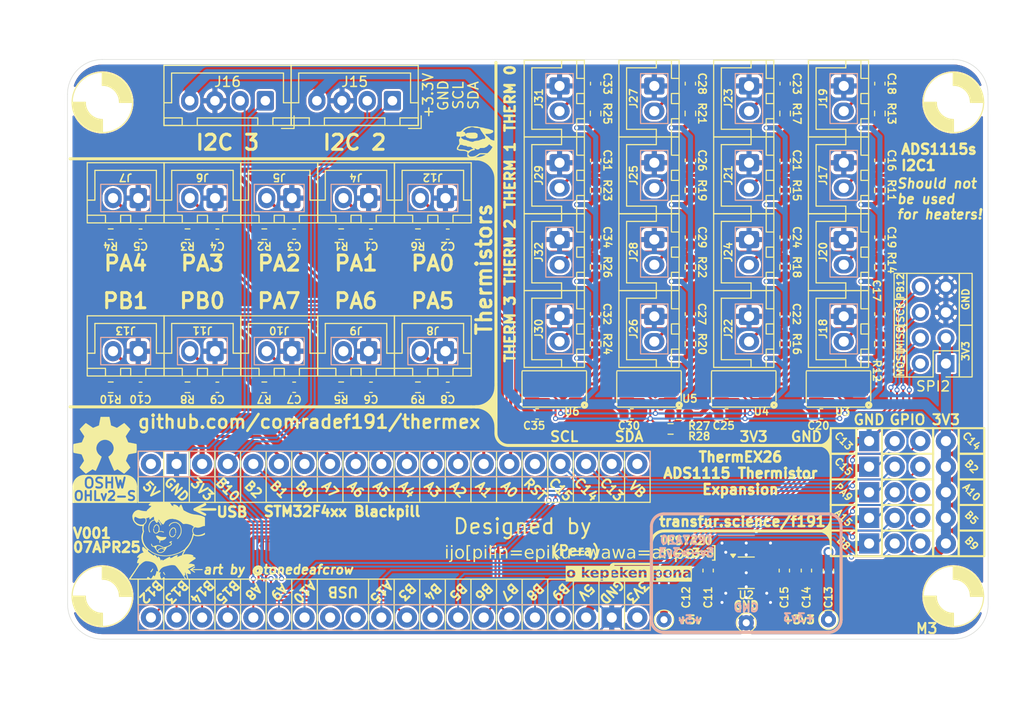
<source format=kicad_pcb>
(kicad_pcb (version 20241229) (generator "pcbnew") (generator_version "9.0")
  (layers (0 "F.Cu" signal) (2 "B.Cu" signal) (13 "F.Paste" user) (15 "B.Paste" user) (5 "F.SilkS" user "F.Silkscreen") (7 "B.SilkS" user "B.Silkscreen") (1 "F.Mask" user) (3 "B.Mask" user) (25 "Edge.Cuts" user))
  (net 0 "")
  (net 1 "GND")
  (net 2 "/ADC-0")
  (net 3 "/ADC-1")
  (net 4 "/ADC-2")
  (net 5 "/ADC-3")
  (net 6 "/ADC-4")
  (net 7 "/ADC-6")
  (net 8 "/ADC-5")
  (net 9 "/ADC-7")
  (net 10 "/ADC-8")
  (net 11 "/ADC-9")
  (net 12 "/GPIO-6")
  (net 13 "/GPIO-11")
  (net 14 "/GPIO-9")
  (net 15 "/GPIO-1")
  (net 16 "/GPIO-2")
  (net 17 "/GPIO-8")
  (net 18 "/GPIO-10")
  (net 19 "/GPIO-5")
  (net 20 "/GPIO-3")
  (net 21 "/GPIO-4")
  (net 22 "/SPI2-MISO")
  (net 23 "/SPI2-MOSI")
  (net 24 "/SPI2-SCK")
  (net 25 "/GPIO-12")
  (net 26 "/I2C-SDA-2")
  (net 27 "/I2C-SCL-2")
  (net 28 "/I2C-SDA-3")
  (net 29 "/I2C-SCL-3")
  (net 30 "+3V3")
  (net 36 "+5V")
  (net 37 "VDDA")
  (net 39 "/ADSChip 1/THERM-0")
  (net 40 "/ADSChip 1/THERM-2")
  (net 41 "/ADSChip 1/THERM-1")
  (net 42 "/ADSChip 1/THERM-3")
  (net 43 "/ADSChip 2/THERM-0")
  (net 44 "/ADSChip 2/THERM-2")
  (net 45 "/ADSChip 2/THERM-1")
  (net 46 "/ADSChip 2/THERM-3")
  (net 47 "/ADSChip 3/THERM-0")
  (net 48 "/ADSChip 3/THERM-2")
  (net 49 "/ADSChip 3/THERM-1")
  (net 50 "/ADSChip 3/THERM-3")
  (net 51 "/ADSChip 4/THERM-0")
  (net 52 "/ADSChip 4/THERM-2")
  (net 53 "/ADSChip 4/THERM-1")
  (net 54 "/ADSChip 4/THERM-3")
  (net 55 "I2C-SDA-1")
  (net 56 "I2C-SCL-1")
  (footprint "CustomFootprints:JST-XH_1x02-V ~ Custom" (layer "F.Cu") (at 75.966558 50.0854 180)
    (property "Reference" "J9")
    (property "Value" "1x2-JSTXH")
  )
  (footprint "TestPoint:TestPoint_THTPad_D1.5mm_Drill0.7mm" (layer "F.Cu") (at 122.841 76.728)
    (property "Reference" "TP2" (hide yes))
    (property "Value" "TestPoint")
  )
  (footprint "Capacitor_SMD:C_0603_1608Metric" (layer "F.Cu") (at 99.739 46.399 90)
    (property "Reference" "C32")
    (property "Value" "100nF")
  )
  (footprint "CustomFootprints:JST-XH_1x02-V ~ Custom" (layer "F.Cu") (at 124.359 40.259 -90)
    (property "Reference" "J20")
    (property "Value" "1x2-JSTXH")
  )
  (footprint "CustomFootprints:M3 Mounting Hole ~ Classic" (layer "F.Cu") (at 50.8 74.4)
    (property "Reference" "H2" (hide yes))
    (property "Value" "M3 Mounting Hole")
  )
  (footprint "Resistor_SMD:R_0603_1608Metric" (layer "F.Cu") (at 99.739 26.499 90)
    (property "Reference" "R25")
    (property "Value" "4.7kΩ")
  )
  (footprint "LOGO" (layer "F.Cu") (at 87.883999 29.694997)
    (property "Reference" "G***" (hide yes))
    (property "Value" "LOGO" (hide yes))
  )
  (footprint "clipboard:b0faf3b6-012c-4b7a-be6a-fb08d92396c4" (layer "F.Cu") (at 60.976491 66.294 180)
    (property "Reference" "")
    (property "Value" "")
  )
  (footprint "Capacitor_SMD:C_0603_1608Metric" (layer "F.Cu") (at 127.939 23.539 90)
    (property "Reference" "C18")
    (property "Value" "100nF")
  )
  (footprint "Connector_JST:JST_XH_B4B-XH-A_1x04_P2.50mm_Vertical" (layer "F.Cu") (at 66.966558 25.236 180)
    (property "Reference" "J16")
    (property "Value" "1x4-JSTXH")
  )
  (footprint "Resistor_SMD:R_0603_1608Metric" (layer "F.Cu") (at 118.539 49.359 90)
    (property "Reference" "R16")
    (property "Value" "4.7kΩ")
  )
  (footprint "Capacitor_SMD:C_0603_1608Metric" (layer "F.Cu") (at 127.939 38.779 90)
    (property "Reference" "C19")
    (property "Value" "100nF")
  )
  (footprint "Capacitor_SMD:C_0603_1608Metric" (layer "F.Cu") (at 99.739 23.539 90)
    (property "Reference" "C33")
    (property "Value" "100nF")
  )
  (footprint "Resistor_SMD:R_0603_1608Metric" (layer "F.Cu") (at 127.939 34.119 90)
    (property "Reference" "R11")
    (property "Value" "4.7kΩ")
  )
  (footprint "Connector_PinHeader_2.54mm:PinHeader_1x05_P2.54mm_Vertical" (layer "F.Cu") (at 126.873 59.0042)
    (property "Reference" "J1" (hide yes))
    (property "Value" "2.54_1x5-M")
  )
  (footprint "CustomFootprints:JST-XH_1x02-V ~ Custom" (layer "F.Cu") (at 53.106558 50.0854 180)
    (property "Reference" "J13")
    (property "Value" "1x2-JSTXH")
  )
  (footprint "Capacitor_SMD:C_0603_1608Metric" (layer "F.Cu") (at 127.939 46.399 90)
    (property "Reference" "C17")
    (property "Value" "100nF")
  )
  (footprint "Resistor_SMD:R_0603_1608Metric" (layer "F.Cu") (at 59.246558 38.4754)
    (property "Reference" "R3")
    (property "Value" "4.7kΩ")
  )
  (footprint "Capacitor_SMD:C_0603_1608Metric" (layer "F.Cu") (at 108.711 71.848 -90)
    (property "Reference" "C12")
    (property "Value" "100nF")
  )
  (footprint "CustomFootprints:JST-XH_1x02-V ~ Custom" (layer "F.Cu") (at 105.559 32.639 -90)
    (property "Reference" "J25")
    (property "Value" "1x2-JSTXH")
  )
  (footprint "CustomFootprints:JST-XH_1x02-V ~ Custom" (layer "F.Cu") (at 83.586558 34.8954 180)
    (property "Reference" "J12")
    (property "Value" "1x2-JSTXH")
  )
  (footprint "Resistor_SMD:R_0603_1608Metric" (layer "F.Cu") (at 109.139 34.119 90)
    (property "Reference" "R19")
    (property "Value" "4.7kΩ")
  )
  (footprint "CustomFootprints:JST-XH_1x02-V ~ Custom" (layer "F.Cu") (at 83.586558 50.0854 180)
    (property "Reference" "J8")
    (property "Value" "1x2-JSTXH")
  )
  (footprint "PCM_Package_SO_AKL:VSSOP-10_3x3mm_P0.5mm" (layer "F.Cu") (at 114.434 53.829 180)
    (property "Reference" "U4")
    (property "Value" "ADS1115IDGSR" (hide yes))
  )
  (footprint "Connector_JST:JST_XH_B4B-XH-A_1x04_P2.50mm_Vertical" (layer "F.Cu") (at 79.576558 25.236 180)
    (property "Reference" "J15")
    (property "Value" "1x4-JSTXH")
  )
  (footprint "Resistor_SMD:R_0603_1608Metric" (layer "F.Cu") (at 59.246558 53.6654)
    (property "Reference" "R8")
    (property "Value" "4.7kΩ")
  )
  (footprint "CustomFootprints:M3 Mounting Hole ~ Classic" (layer "F.Cu") (at 50.8 25.4)
    (property "Reference" "H1" (hide yes))
    (property "Value" "M3 Mounting Hole")
  )
  (footprint "Capacitor_SMD:C_0603_1608Metric" (layer "F.Cu") (at 109.139 23.539 90)
    (property "Reference" "C28")
    (property "Value" "100nF")
  )
  (footprint "Capacitor_SMD:C_0603_1608Metric" (layer "F.Cu") (at 54.586558 38.4754)
    (property "Reference" "C5")
    (property "Value" "100nF")
  )
  (footprint "Resistor_SMD:R_0603_1608Metric" (layer "F.Cu") (at 66.866558 38.4754)
    (property "Reference" "R2")
    (property "Value" "4.7kΩ")
  )
  (footprint "Capacitor_SMD:C_0603_1608Metric" (layer "F.Cu") (at 122.841 71.848 -90)
    (property "Reference" "C13")
    (property "Value" "10uF")
  )
  (footprint "CustomFootprints:JST-XH_1x02-V ~ Custom" (layer "F.Cu") (at 60.726558 50.0854 180)
    (property "Reference" "J11")
    (property "Value" "1x2-JSTXH")
  )
  (footprint "CustomFootprints:JST-XH_1x02-V ~ Custom" (layer "F.Cu") (at 114.959 40.259 -90)
    (property "Reference" "J24")
    (property "Value" "1x2-JSTXH")
  )
  (footprint "Resistor_SMD:R_0603_1608Metric" (layer "F.Cu") (at 109.139 41.739 90)
    (property "Reference" "R22")
    (property "Value" "4.7kΩ")
  )
  (footprint "Capacitor_SMD:C_0603_1608Metric" (layer "F.Cu") (at 99.739 31.159 90)
    (property "Reference" "C31")
    (property "Value" "100nF")
  )
  (footprint "CustomFootprints:JST-XH_1x02-V ~ Custom" (layer "F.Cu") (at 105.559 40.259 -90)
    (property "Reference" "J28")
    (property "Value" "1x2-JSTXH")
  )
  (footprint "Capacitor_SMD:C_0603_1608Metric" (layer "F.Cu") (at 122.134 56.309 180)
    (property "Reference" "C20")
    (property "Value" "1uF")
  )
  (footprint "Capacitor_SMD:C_0603_1608Metric" (layer "F.Cu") (at 118.539 46.399 90)
    (property "Reference" "C22")
    (property "Value" "100nF")
  )
  (footprint "CustomFootprints:JST-XH_1x02-V ~ Custom" (layer "F.Cu") (at 96.159 47.879 -90)
    (property "Reference" "J30")
    (property "Value" "1x2-JSTXH")
  )
  (footprint "Resistor_SMD:R_0603_1608Metric" (layer "F.Cu") (at 51.626558 53.6654)
    (property "Reference" "R10")
    (property "Value" "4.7kΩ")
  )
  (footprint "CustomFootprints:JST-XH_1x02-V ~ Custom" (layer "F.Cu") (at 105.559 25.019 -90)
    (property "Reference" "J27")
    (property "Value" "1x2-JSTXH")
  )
  (footprint "LOGO" (layer "F.Cu") (at 57.135701 68.661001)
    (property "Reference" "G***" (hide yes))
    (property "Value" "LOGO" (hide yes))
  )
  (footprint "Resistor_SMD:R_0603_1608Metric" (layer "F.Cu") (at 99.739 49.359 90)
    (property "Reference" "R24")
    (property "Value" "4.7kΩ")
  )
  (footprint "Resistor_SMD:R_0603_1608Metric_Pad0.98x0.95mm_HandSolder" (layer "F.Cu") (at 108.0008 56.3372 180)
    (property "Reference" "R27")
    (property "Value" "10kΩ")
  )
  (footprint "Connector_PinHeader_2.54mm:PinHeader_2x05_P2.54mm_Vertical" (layer "F.Cu") (at 129.413 59.0042)
    (property "Reference" "J2" (hide yes))
    (property "Value" "2.54_2x5-M")
  )
  (footprint "Resistor_SMD:R_0603_1608Metric" (layer "F.Cu") (at 66.866558 53.6654)
    (property "Reference" "R7")
    (property "Value" "4.7kΩ")
  )
  (footprint "Resistor_SMD:R_0603_1608Metric" (layer "F.Cu") (at 109.139 49.359 90)
    (property "Reference" "R20")
    (property "Value" "4.7kΩ")
  )
  (footprint "Resistor_SMD:R_0603_1608Metric" (layer "F.Cu") (at 82.106558 38.4754)
    (property "Reference" "R6")
    (property "Value" "4.7kΩ")
  )
  (footprint "Capacitor_SMD:C_0603_1608Metric" (layer "F.Cu") (at 85.066558 53.6654)
    (property "Reference" "C8")
    (property "Value" "100nF")
  )
  (footprint "Connector_PinHeader_2.54mm:PinHeader_1x05_P2.54mm_Vertical" (layer "F.Cu") (at 134.493 59.0042)
    (property "Reference" "J3" (hide yes))
    (property "Value" "2.54_1x5-M")
  )
  (footprint "Capacitor_SMD:C_0603_1608Metric" (layer "F.Cu") (at 62.206558 53.6654)
    (property "Reference" "C9")
    (property "Value" "100nF")
  )
  (footprint "PCM_Package_SO_AKL:VSSOP-10_3x3mm_P0.5mm" (layer "F.Cu") (at 105.034 53.829 180)
    (property "Reference" "U5")
    (property "Value" "ADS1115IDGSR" (hide yes))
  )
  (footprint "Resistor_SMD:R_0603_1608Metric" (layer "F.Cu") (at 82.106558 53.6654)
    (property "Reference" "R9")
    (property "Value" "4.7kΩ")
  )
  (footprint "CustomFootprints:JST-XH_1x02-V ~ Custom" (layer "F.Cu") (at 68.346558 34.8954 180)
    (property "Reference" "J5")
    (property "Value" "1x2-JSTXH")
  )
  (footprint "Capacitor_SMD:C_0603_1608Metric" (layer "F.Cu") (at 77.446558 53.6654)
    (property "Reference" "C6")
    (property "Value" "100nF")
  )
  (footprint "Capacitor_SMD:C_0603_1608Metric" (layer "F.Cu") (at 93.934 56.309 180)
    (property "Reference" "C35")
    (property "Value" "1uF")
  )
  (footprint "Capacitor_SMD:C_0603_1608Metric" (layer "F.Cu") (at 118.539 38.779 90)
    (property "Reference" "C24")
    (property "Value" "100nF")
  )
  (footprint "PCM_Package_SO_AKL:VSSOP-10_3x3mm_P0.5mm" (layer "F.Cu") (at 123.834 53.829 180)
    (property "Reference" "U3")
    (property "Value" "ADS1115IDGSR" (hide yes))
  )
  (footprint "Capacitor_SMD:C_0603_1608Metric" (layer "F.Cu") (at 69.826558 53.6654)
    (property "Reference" "C7")
    (property "Value" "100nF")
  )
  (footprint "Symbol:OSHW-Symbol_6.7x6mm_SilkScreen" (layer "F.Cu") (at 51.049347 59.436)
    (property "Reference" "REF**" (hide yes))
    (property "Value" "OSHW-Symbol_6.7x6mm_SilkScreen" (hide yes))
  )
  (footprint "CustomFootprints:M3 Mounting Hole ~ Classic" (layer "F.Cu") (at 135.2341 74.4)
    (property "Reference" "H4" (hide yes))
    (property "Value" "M3 Mounting Hole")
  )
  (footprint "LOGO" (layer "F.Cu") (at 57.167 68.886)
    (property "Reference" "G***" (hide yes))
    (property "Value" "LOGO" (hide yes))
  )
  (footprint "PCM_Package_SO_AKL:VSSOP-10_3x3mm_P0.5mm" (layer "F.Cu") (at 95.634 53.829 180)
    (property "Reference" "U6")
    (property "Value" "ADS1115IDGSR" (hide yes))
  )
  (footprint "Package_TO_SOT_SMD:SOT-23-5" (layer "F.Cu") (at 114.681 72.068)
    (property "Reference" "U2")
    (property "Value" "TPS7A2033PDBVR")
  )
  (footprint "Resistor_SMD:R_0603_1608Metric" (layer "F.Cu") (at 74.486558 38.4754)
    (property "Reference" "R1")
    (property "Value" "4.7kΩ")
  )
  (footprint "Resistor_SMD:R_0603_1608Metric" (layer "F.Cu") (at 109.139 26.499 90)
    (property "Reference" "R21")
    (property "Value" "4.7kΩ")
  )
  (footprint "Resistor_SMD:R_0603_1608Metric" (layer "F.Cu") (at 127.939 41.739 90)
    (property "Reference" "R14")
    (property "Value" "4.7kΩ")
  )
  (footprint "TestPoint:TestPoint_THTPad_D1.5mm_Drill0.7mm" (layer "F.Cu") (at 106.521 76.728)
    (property "Reference" "TP1" (hide yes))
    (property "Value" "TestPoint")
  )
  (footprint "CustomFootprints:JST-XH_1x02-V ~ Custom" (layer "F.Cu") (at 124.359 32.639 -90)
    (property "Reference" "J17")
    (property "Value" "1x2-JSTXH")
  )
  (footprint "CustomFootprints:JST-XH_1x02-V ~ Custom" (layer "F.Cu") (at 114.959 25.019 -90)
    (property "Reference" "J23")
    (property "Value" "1x2-JSTXH")
  )
  (footprint "CustomFootprints:JST-XH_1x02-V ~ Custom" (layer "F.Cu") (at 114.959 32.639 -90)
    (property "Reference" "J21")
    (property "Value" "1x2-JSTXH")
  )
  (footprint "Resistor_SMD:R_0603_1608Metric" (layer "F.Cu") (at 74.486558 53.6654)
    (property "Reference" "R5")
    (property "Value" "4.7kΩ")
  )
  (footprint "Resistor_SMD:R_0603_1608Metric" (layer "F.Cu") (at 118.539 26.499 90)
    (property "Reference" "R17")
    (property "Value" "4.7kΩ")
  )
  (footprint "Resistor_SMD:R_0603_1608Metric" (layer "F.Cu") (at 118.539 34.119 90)
    (property "Reference" "R15")
    (property "Value" "4.7kΩ")
  )
  (footprint "Connector_PinHeader_2.54mm:PinHeader_2x04_P2.54mm_Vertical" (layer "F.Cu") (at 134.493 51.3142 180)
    (property "Reference" "J14" (hide yes))
    (property "Value" "2.54_2x4-M")
  )
  (footprint "Capacitor_SMD:C_0603_1608Metric" (layer "F.Cu") (at 85.066558 38.4754)
    (property "Reference" "C2")
    (property "Value" "100nF")
  )
  (footprint "CustomFootprints:JST-XH_1x02-V ~ Custom" (layer "F.Cu") (at 105.559 47.879 -90)
    (property "Reference" "J26")
    (property "Value" "1x2-JSTXH")
  )
  (footprint "CustomFootprints:JST-XH_1x02-V ~ Custom" (layer "F.Cu") (at 60.726558 34.8954 180)
    (property "Reference" "J6")
    (property "Value" "1x2-JSTXH")
  )
  (footprint "Resistor_SMD:R_0603_1608Metric" (layer "F.Cu") (at 99.739 41.739 90)
    (property "Reference" "R26")
    (property "Value" "4.7kΩ")
  )
  (footprint "Capacitor_SMD:C_0603_1608Metric" (layer "F.Cu") (at 109.139 31.159 90)
    (property "Reference" "C26")
    (property "Value" "100nF")
  )
  (footprint "Capacitor_SMD:C_0603_1608Metric" (layer "F.Cu") (at 109.139 38.779 90)
    (property "Reference" "C29")
    (property "Value" "100nF")
  )
  (footprint "Capacitor_SMD:C_0603_1608Metric" (layer "F.Cu") (at 109.139 46.399 90)
    (property "Reference" "C27")
    (property "Value" "100nF")
  )
  (footprint "Capacitor_SMD:C_0603_1608Metric" (layer "F.Cu") (at 110.901 71.848 -90)
    (property "Reference" "C11")
    (property "Value" "1uF")
  )
  (footprint "Capacitor_SMD:C_0603_1608Metric" (layer "F.Cu") (at 127.939 31.159 90)
    (property "Reference" "C16")
    (property "Value" "100nF")
  )
  (footprint "Capacitor_SMD:C_0603_1608Metric" (layer "F.Cu") (at 54.586558 53.6654)
    (property "Reference" "C10")
    (property "Value" "100nF")
  )
  (footprint "Capacitor_SMD:C_0603_1608Metric" (layer "F.Cu") (at 69.826558 38.4754)
    (property "Reference" "C3")
    (property "Value" "100nF")
  )
  (footprint "Capacitor_SMD:C_0603_1608Metric" (layer "F.Cu") (at 103.334 56.309 180)
    (property "Reference" "C30")
    (property "Value" "1uF")
  )
  (footprint "TestPoint:TestPoint_THTPad_D1.5mm_Drill0.7mm" (layer "F.Cu") (at 114.681 77.0328)
    (property "Reference" "TP3" (hide yes))
    (property "Value" "TestPoint")
  )
  (footprint "Resistor_SMD:R_0603_1608Metric" (layer "F.Cu") (at 99.739 34.119 90)
    (property "Reference" "R23")
    (property "Value" "4.7kΩ")
  )
  (footprint "Resistor_SMD:R_0603_1608Metric_Pad0.98x0.95mm_HandSolder" (layer "F.Cu") (at 107.1758 57.7972 180)
    (property "Reference" "R28")
    (property "Value" "10kΩ")
  )
  (footprint "Capacitor_SMD:C_0603_1608Metric" (layer "F.Cu") (at 118.539 23.539 90)
    (property "Reference" "C23")
    (property "Value" "100nF")
  )
  (footprint "Capacitor_SMD:C_0603_1608Metric" (layer "F.Cu") (at 112.734 56.309 180)
    (property "Reference" "C25")
    (property "Value" "1uF")
  )
  (footprint "CustomFootprints:JST-XH_1x02-V ~ Custom" (layer "F.Cu") (at 53.106558 34.8954 180)
    (property "Reference" "J7")
    (property "Value" "1x2-JSTXH")
  )
  (footprint "Resistor_SMD:R_0603_1608Metric" (layer "F.Cu") (at 51.626558 38.4754)
    (property "Reference" "R4")
    (property "Value" "4.7kΩ")
  )
  (footprint "CustomFootprints:JST-XH_1x02-V ~ Custom" (layer "F.Cu") (at 114.959 47.879 -90)
    (property "Reference" "J22")
    (property "Value" "1x2-JSTXH")
  )
  (footprint "Capacitor_SMD:C_0603_1608Metric" (layer "F.Cu") (at 118.461 71.848 -90)
    (property "Reference" "C15")
    (property "Value" "100nF")
  )
  (footprint "CustomFootprints:JST-XH_1x02-V ~ Custom" (layer "F.Cu") (at 75.966558 34.8954 180)
    (property "Reference" "J4")
    (property "Value" "1x2-JSTXH")
  )
  (footprint "Resistor_SMD:R_0603_1608Metric" (layer "F.Cu") (at 127.939 49.359 90)
    (property "Reference" "R12")
    (property "Value" "4.7kΩ")
  )
  (footprint "Capacitor_SMD:C_0603_1608Metric" (layer "F.Cu") (at 120.651 71.848 -90)
    (property "Reference" "C14")
    (property "Value" "1uF")
  )
  (footprint "CustomFootprints:JST-XH_1x02-V ~ Custom" (layer "F.Cu") (at 68.346558 50.0854 180)
    (property "Reference" "J10")
    (property "Value" "1x2-JSTXH")
  )
  (footprint "Capacitor_SMD:C_0603_1608Metric" (layer "F.Cu") (at 99.739 38.779 90)
    (property "Reference" "C34")
    (property "Value" "100nF")
  )
  (footprint "Capacitor_SMD:C_0603_1608Metric" (layer "F.Cu") (at 77.446558 38.4754)
    (property "Reference" "C1")
    (property "Value" "100nF")
  )
  (footprint "CustomFootprints:JST-XH_1x02-V ~ Custom" (layer "F.Cu") (at 124.359 25.019 -90)
    (property "Reference" "J19")
    (property "Value" "1x2-JSTXH")
  )
  (footprint "CustomFootprints:JST-XH_1x02-V ~ Custom" (layer "F.Cu") (at 96.159 40.259 -90)
    (property "Reference" "J32")
    (property "Value" "1x2-JSTXH")
  )
  (footprint "CustomFootprints:JST-XH_1x02-V ~ Custom" (layer "F.Cu") (at 96.159 25.019 -90)
    (property "Reference" "J31")
    (property "Value" "1x2-JSTXH")
  )
  (footprint "CustomFootprints:M3 Mounting Hole ~ Classic" (layer "F.Cu") (at 135.2341 25.4)
    (property "Reference" "H3" (hide yes))
    (property "Value" "M3 Mounting Hole")
  )
  (footprint "Resistor_SMD:R_0603_1608Metric" (layer "F.Cu") (at 118.539 41.739 90)
    (property "Reference" "R18")
    (property "Value" "4.7kΩ")
  )
  (footprint "Capacitor_SMD:C_0603_1608Metric" (layer "F.Cu") (at 62.206558 38.4754)
    (property "Reference" "C4")
    (property "Value" "100nF")
  )
  (footprint "Resistor_SMD:R_0603_1608Metric" (layer "F.Cu") (at 127.939 26.499 90)
    (property "Reference" "R13")
    (property "Value" "4.7kΩ")
  )
  (footprint "CustomFootprints:JST-XH_1x02-V ~ Custom" (layer "F.Cu") (at 96.159 32.639 -90)
    (property "Reference" "J29")
    (property "Value" "1x2-JSTXH")
  )
  (footprint "Capacitor_SMD:C_0603_1608Metric" (layer "F.Cu") (at 118.539 31.159 90)
    (property "Reference" "C21")
    (property "Value" "100nF")
  )
  (footprint "CustomFootprints:JST-XH_1x02-V ~ Custom" (layer "F.Cu") (at 124.359 47.879 -90)
    (property "Reference" "J18")
    (property "Value" "1x2-JSTXH")
  )
  (footprint "CustomFootprints:Socketed MCU - STM32 BlackPill" (layer "F.Cu") (at 79.746693 68.889017 180)
    (property "Reference" "U1" (hide yes))
    (property "Value" "~")
  )
  (gr_line (start 72.126693 60.269017) (end 72.126693 62.269017) (stroke (width 0.2)) (layer "F.Cu") (net 1))
  (gr_line (start 61.966693 60.269017) (end 61.966693 62.269017) (stroke (width 0.2)) (layer "F.Cu") (net 1))
  (gr_line (start 69.586693 60.269017) (end 69.586693 62.269017) (stroke (width 0.2)) (layer "F.Cu") (net 1))
  (gr_line (start 61.966693 75.509017) (end 61.966693 77.509017) (stroke (width 0.2)) (layer "F.Cu") (net 1))
  (gr_line (start 77.206693 75.509017) (end 77.206693 77.509017) (stroke (width 0.2)) (layer "F.Cu") (net 1))
  (gr_line (start 67.046693 60.269017) (end 67.046693 62.269017) (stroke (width 0.2)) (layer "F.Cu") (net 1))
  (gr_line (start 94.986693 75.509017) (end 94.986693 77.509017) (stroke (width 0.2)) (layer "F.Cu") (net 1))
  (gr_line (start 67.046693 75.509017) (end 67.046693 77.509017) (stroke (width 0.2)) (layer "F.Cu") (net 1))
  (gr_line (start 87.366693 75.509017) (end 87.366693 77.509017) (stroke (width 0.2)) (layer "F.Cu") (net 1))
  (gr_line (start 102.606693 77.914017) (end 101.336693 76.509017) (stroke (width 0.2)) (layer "F.Cu") (net 1))
  (gr_line (start 92.446693 75.509017) (end 92.446693 77.509017) (stroke (width 0.2)) (layer "F.Cu") (net 1))
  (gr_line (start 97.526693 75.509017) (end 97.526693 77.509017) (stroke (width 0.2)) (layer "F.Cu") (net 1))
  (gr_line (start 102.606693 60.269017) (end 102.606693 62.269017) (stroke (width 0.2)) (layer "F.Cu") (net 1))
  (gr_line (start 74.666693 75.509017) (end 74.666693 77.509017) (stroke (width 0.2)) (layer "F.Cu") (net 1))
  (gr_line (start 84.826693 60.269017) (end 84.826693 62.269017) (stroke (width 0.2)) (layer "F.Cu") (net 1))
  (gr_line (start 74.666693 60.269017) (end 74.666693 62.269017) (stroke (width 0.2)) (layer "F.Cu") (net 1))
  (gr_line (start 59.426693 75.509017) (end 59.426693 77.509017) (stroke (width 0.2)) (layer "F.Cu") (net 1))
  (gr_line (start 100.066693 77.914017) (end 101.336693 76.509017) (stroke (width 0.2)) (layer "F.Cu") (net 1))
  (gr_line (start 100.066693 60.269017) (end 100.066693 62.269017) (stroke (width 0.2)) (layer "F.Cu") (net 1))
  (gr_line (start 100.066693 77.914017) (end 99.566693 77.914017) (stroke (width 0.2)) (layer "F.Cu") (net 1))
  (gr_line (start 64.506693 60.269017) (end 64.506693 62.269017) (stroke (width 0.2)) (layer "F.Cu") (net 1))
  (gr_line (start 87.366693 60.269017) (end 87.366693 62.269017) (stroke (width 0.2)) (layer "F.Cu") (net 1))
  (gr_line (start 102.606693 77.914017) (end 103.106693 77.914017) (stroke (width 0.2)) (layer "F.Cu") (net 1))
  (gr_line (start 92.446693 60.269017) (end 92.446693 62.269017) (stroke (width 0.2)) (layer "F.Cu") (net 1))
  (gr_line (start 79.746693 60.269017) (end 79.746693 62.269017) (stroke (width 0.2)) (layer "F.Cu") (net 1))
  (gr_line (start 100.066693 77.914017) (end 102.606693 77.914017) (stroke (width 0.2)) (layer "F.Cu") (net 1))
  (gr_line (start 77.206693 60.269017) (end 77.206693 62.269017) (stroke (width 0.2)) (layer "F.Cu") (net 1))
  (gr_line (start 89.906693 60.269017) (end 89.906693 62.269017) (stroke (width 0.2)) (layer "F.Cu") (net 1))
  (gr_line (start 84.826693 75.509017) (end 84.826693 77.509017) (stroke (width 0.2)) (layer "F.Cu") (net 1))
  (gr_line (start 82.286693 60.269017) (end 82.286693 62.269017) (stroke (width 0.2)) (layer "F.Cu") (net 1))
  (gr_line (start 69.586693 75.430917) (end 69.586693 77.430917) (stroke (width 0.2)) (layer "F.Cu") (net 1))
  (gr_line (start 64.506693 75.509017) (end 64.506693 77.509017) (stroke (width 0.2)) (layer "F.Cu") (net 1))
  (gr_line (start 72.126693 75.509017) (end 72.126693 77.509017) (stroke (width 0.2)) (layer "F.Cu") (net 1))
  (gr_line (start 89.906693 75.509017) (end 89.906693 77.509017) (stroke (width 0.2)) (layer "F.Cu") (net 1))
  (gr_line (start 67.046693 75.759017) (end 67.046693 77.259017) (stroke (width 0.2)) (layer "B.Cu") (net 1))
  (gr_line (start 56.886693 75.759017) (end 56.886693 77.259017) (stroke (width 0.2)) (layer "B.Cu") (net 1))
  (gr_line (start 77.206693 60.519017) (end 77.206693 62.019017) (stroke (width 0.2)) (layer "B.Cu") (net 1))
  (gr_line (start 92.446693 60.519017) (end 92.446693 62.019017) (stroke (width 0.2)) (layer "B.Cu") (net 1))
  (gr_line (start 94.986693 75.759017) (end 94.986693 77.259017) (stroke (width 0.2)) (layer "B.Cu") (net 1))
  (gr_line (start 102.606693 77.914017) (end 101.336693 76.509017) (stroke (width 0.2)) (layer "B.Cu") (net 1))
  (gr_line (start 69.586693 75.680917) (end 69.586693 77.180917) (stroke (width 0.2)) (layer "B.Cu") (net 1))
  (gr_line (start 84.826693 75.759017) (end 84.826693 77.259017) (stroke (width 0.2)) (layer "B.Cu") (net 1))
  (gr_line (start 67.046693 60.519017) (end 67.046693 62.019017) (stroke (width 0.2)) (layer "B.Cu") (net 1))
  (gr_line (start 82.286693 75.759017) (end 82.286693 77.259017) (stroke (width 0.2)) (layer "B.Cu") (net 1))
  (gr_line (start 102.606693 77.914017) (end 100.066693 77.914017) (stroke (width 0.2)) (layer "B.Cu") (net 1))
  (gr_line (start 77.206693 75.759017) (end 77.206693 77.259017) (stroke (width 0.2)) (layer "B.Cu") (net 1))
  (gr_line (start 61.966693 75.759017) (end 61.966693 77.259017) (stroke (width 0.2)) (layer "B.Cu") (net 1))
  (gr_line (start 133.223 44.9642) (end 134.493 43.6942) (stroke (width 0.2)) (layer "B.Cu") (net 1))
  (gr_line (start 72.126693 60.519017) (end 72.126693 62.019017) (stroke (width 0.2)) (layer "B.Cu") (net 1))
  (gr_line (start 100.066693 75.239017) (end 101.336693 76.509017) (stroke (width 0.2)) (layer "B.Cu") (net 1))
  (gr_line (start 97.526693 60.519017) (end 97.526693 62.019017) (stroke (width 0.2)) (layer "B.Cu") (net 1))
  (gr_line (start 74.666693 75.759017) (end 74.666693 77.259017) (stroke (width 0.2)) (layer "B.Cu") (net 1))
  (gr_line (start 89.906693 75.759017) (end 89.906693 77.259017) (stroke (width 0.2)) (layer "B.Cu") (net 1))
  (gr_line (start 59.426693 75.759017) (end 59.426693 77.259017) (stroke (width 0.2)) (layer "B.Cu") (net 1))
  (gr_line (start 84.826693 60.519017) (end 84.826693 62.019017) (stroke (width 0.2)) (layer "B.Cu") (net 1))
  (gr_line (start 103.356693 77.914017) (end 102.606693 77.914017) (stroke (width 0.2)) (layer "B.Cu") (net 1))
  (gr_line (start 64.506693 75.759017) (end 64.506693 77.259017) (stroke (width 0.2)) (layer "B.Cu") (net 1))
  (gr_line (start 97.526693 75.759017) (end 97.526693 77.259017) (stroke (width 0.2)) (layer "B.Cu") (net 1))
  (gr_line (start 89.906693 60.519017) (end 89.906693 62.019017) (stroke (width 0.2)) (layer "B.Cu") (net 1))
  (gr_line (start 133.223 42.4242) (end 134.493 43.6942) (stroke (width 0.2)) (layer "B.Cu") (net 1))
  (gr_line (start 87.366693 60.519017) (end 87.366693 62.019017) (stroke (width 0.2)) (layer "B.Cu") (net 1))
  (gr_line (start 99.316693 75.239017) (end 100.066693 75.239017) (stroke (width 0.2)) (layer "B.Cu") (net 1))
  (gr_line (start 100.066693 60.519017) (end 100.066693 62.019017) (stroke (width 0.2)) (layer "B.Cu") (net 1))
  (gr_line (start 133.223 47.5042) (end 133.223 42.4242) (stroke (width 0.2)) (layer "B.Cu") (net 1))
  (gr_line (start 135.763 44.9642) (end 134.493 46.2342) (stroke (width 0.2)) (layer "B.Cu") (net 1))
  (gr_line (start 100.066693 77.914017) (end 99.316693 77.914017) (stroke (width 0.2)) (layer "B.Cu") (net 1))
  (gr_line (start 135.763 47.5042) (end 134.493 46.2342) (stroke (width 0.2)) (layer "B.Cu") (net 1))
  (gr_line (start 87.366693 75.759017) (end 87.366693 77.259017) (stroke (width 0.2)) (layer "B.Cu") (net 1))
  (gr_line (start 74.666693 60.519017) (end 74.666693 62.019017) (stroke (width 0.2)) (layer "B.Cu") (net 1))
  (gr_line (start 135.763 42.4242) (end 134.493 43.6942) (stroke (width 0.2)) (layer "B.Cu") (net 1))
  (gr_line (start 72.126693 75.759017) (end 72.126693 77.259017) (stroke (width 0.2)) (layer "B.Cu") (net 1))
  (gr_line (start 131.953 44.9642) (end 133.223 44.9642) (stroke (width 0.2)) (layer "B.Cu") (net 1))
  (gr_line (start 79.746693 75.759017) (end 79.746693 77.259017) (stroke (width 0.2)) (layer "B.Cu") (net 1))
  (gr_line (start 102.606693 60.519017) (end 102.606693 62.019017) (stroke (width 0.2)) (layer "B.Cu") (net 1))
  (gr_line (start 103.356693 75.239017) (end 102.606693 75.239017) (stroke (width 0.2)) (layer "B.Cu") (net 1))
  (gr_line (start 82.286693 60.519017) (end 82.286693 62.019017) (stroke (width 0.2)) (layer "B.Cu") (net 1))
  (gr_line (start 94.986693 60.519017) (end 94.986693 62.019017) (stroke (width 0.2)) (layer "B.Cu") (net 1))
  (gr_line (start 79.746693 60.519017) (end 79.746693 62.019017) (stroke (width 0.2)) (layer "B.Cu") (net 1))
  (gr_line (start 92.446693 75.759017) (end 92.446693 77.259017) (stroke (width 0.2)) (layer "B.Cu") (net 1))
  (gr_line (start 135.763 44.9642) (end 134.493 43.6942) (stroke (width 0.2)) (layer "B.Cu") (net 1))
  (gr_line (start 100.066693 77.914017) (end 101.336693 76.509017) (stroke (width 0.2)) (layer "B.Cu") (net 1))
  (gr_line (start 133.223 47.5042) (end 134.493 46.2342) (stroke (width 0.2)) (layer "B.Cu") (net 1))
  (gr_line (start 102.606693 75.239017) (end 101.336693 76.509017) (stroke (width 0.2)) (layer "B.Cu") (net 1))
  (gr_line (start 69.586693 60.519017) (end 69.586693 62.019017) (stroke (width 0.2)) (layer "B.Cu") (net 1))
  (gr_line (start 133.223 44.9642) (end 134.493 46.2342) (stroke (width 0.2)) (layer "B.Cu") (net 1))
  (gr_line (start 128.143 62.8042) (end 133.223 62.8042) (stroke (width 0.2)) (layer "F.SilkS"))
  (gr_rect (start 123.063 67.8842) (end 125.603 70.4242) (stroke (width 0.2)) (fill no) (layer "F.SilkS"))
  (gr_line (start 128.143 60.2642) (end 133.223 60.2642) (stroke (width 0.2)) (layer "F.SilkS"))
  (gr_rect (start 123.063 57.7242) (end 125.603 60.2642) (stroke (width 0.2)) (fill no) (layer "F.SilkS"))
  (gr_rect (start 135.763 62.8042) (end 138.303 65.3442) (stroke (width 0.2)) (fill no) (layer "F.SilkS"))
  (gr_arc (start 53.096693 62.415817) (mid 53.87451 62.738) (end 54.196693 63.515817) (stroke (width 0.12)) (layer "F.SilkS"))
  (gr_poly (pts (xy 54.183245 63.769817) (xy 53.088497 63.769817) (xy 53.1622 62.5856) (xy 53.096693 62.415817) (xy 53.87451 62.705824) (xy 54.188837 63.482543)) (stroke (width 0.05)) (fill yes) (layer "F.SilkS"))
  (gr_arc (start 106.521 77.978) (mid 105.637121 77.611881) (end 105.271 76.728) (stroke (width 0.3)) (layer "F.SilkS"))
  (gr_line (start 89.846701 58.210899) (end 89.846798 57.597403) (stroke (width 0.3)) (layer "F.SilkS"))
  (gr_line (start 54.346693 72.699017) (end 53.496693 72.699017) (stroke (width 0.12)) (layer "F.SilkS"))
  (gr_arc (start 123.063001 66.694499) (mid 122.704175 67.560774) (end 121.8379 67.9196) (stroke (width 0.2)) (layer "F.SilkS"))
  (gr_line (start 87.396558 55.607227) (end 89.846798 55.607178) (stroke (width 0.3)) (layer "F.SilkS"))
  (gr_rect (start 135.763 57.7242) (end 138.303 60.2642) (stroke (width 0.2)) (fill no) (layer "F.SilkS"))
  (gr_poly (pts (xy 88.989842 31.2814) (xy 89.497842 31.7894) (xy 89.846842 32.4244) (xy 89.846842 30.9954) (xy 88.354842 30.9954)) (stroke (width 0.06)) (fill yes) (layer "F.SilkS"))
  (gr_line (start 122.9868 67.922) (end 106.521 67.922) (stroke (width 0.3)) (layer "F.SilkS"))
  (gr_poly (pts (xy 122.554999 68.0466) (xy 123.062999 68.0466) (xy 123.062999 68.5546)) (stroke (width 0.1)) (fill yes) (layer "F.SilkS"))
  (gr_poly (pts (xy 101.544204 71.135408) (xy 101.544204 71.374) (xy 101.274796 71.374) (xy 101.274796 71.247)) (stroke (width 0.1)) (fill yes) (layer "F.SilkS"))
  (gr_poly (pts (xy 47.915449 63.769817) (xy 49.010197 63.769817) (xy 49.002001 62.415817) (xy 48.224184 62.705824) (xy 47.909857 63.482543)) (stroke (width 0.05)) (fill yes) (layer "F.SilkS"))
  (gr_arc (start 123.063002 58.210899) (mid 122.704176 59.077174) (end 121.837901 59.436) (stroke (width 0.2)) (layer "F.SilkS"))
  (gr_arc (start 47.902001 63.515817) (mid 48.224184 62.738) (end 49.002001 62.415817) (stroke (width 0.12)) (layer "F.SilkS"))
  (gr_line (start 122.936 59.436) (end 91.0718 59.436) (stroke (width 0.3)) (layer "F.SilkS"))
  (gr_line (start 124.091 70.484986) (end 124.091 76.728) (stroke (width 0.3)) (layer "F.SilkS"))
  (gr_line (start 135.763 67.8842) (end 135.763 70.4242) (stroke (width 0.1)) (layer "F.SilkS"))
  (gr_rect (start 135.763 65.3442) (end 138.303 67.8842) (stroke (width 0.2)) (fill no) (layer "F.SilkS"))
  (gr_rect (start 129.353 50.0742) (end 130.623 52.6442) (stroke (width 0.12)) (fill no) (layer "F.SilkS"))
  (gr_line (start 53.096693 62.415818) (end 49.007932 62.415817) (stroke (width 0.12)) (layer "F.SilkS"))
  (gr_rect (start 128.143 57.7242) (end 133.223 70.4242) (stroke (width 0.2)) (fill no) (layer "F.SilkS"))
  (gr_poly (pts (xy 122.554999 67.7926) (xy 123.062999 67.7926) (xy 123.062999 67.2846)) (stroke (width 0.1)) (fill yes) (layer "F.SilkS"))
  (gr_line (start 105.271 69.172) (end 105.271 76.728) (stroke (width 0.3)) (layer "F.SilkS"))
  (gr_line (start 89.846842 28.9954) (end 89.846842 32.9954) (stroke (width 0.3)) (layer "F.SilkS"))
  (gr_rect (start 123.063 62.8042) (end 125.603 65.3442) (stroke (width 0.2)) (fill no) (layer "F.SilkS"))
  (gr_poly (pts (xy 88.989798 55.893178) (xy 89.497798 56.401178) (xy 89.846798 57.036178) (xy 89.846798 55.607178) (xy 88.354798 55.607178)) (stroke (width 0.06)) (fill yes) (layer "F.SilkS"))
  (gr_line (start 54.196693 65.079017) (end 47.902001 65.079017) (stroke (width 0.12)) (layer "F.SilkS"))
  (gr_rect (start 123.063 60.2642) (end 125.603 62.8042) (stroke (width 0.2)) (fill no) (layer "F.SilkS"))
  (gr_arc (start 91.071798 59.436) (mid 90.205523 59.077175) (end 89.846697 58.210899) (stroke (width 0.3)) (layer "F.SilkS"))
  (gr_line (start 59.563 71.755) (end 59.944 72.009) (stroke (width 0.1)) (layer "F.SilkS"))
  (gr_rect (start 125.603 57.7242) (end 128.143 70.4242) (stroke (width 0.2)) (fill no) (layer "F.SilkS"))
  (gr_poly (pts (xy 89.560842 30.1384) (xy 89.052842 30.6464) (xy 88.417842 30.9954) (xy 89.846842 30.9954) (xy 89.846842 29.5034)) (stroke (width 0.06)) (fill yes) (layer "F.SilkS"))
  (gr_line (start 47.5996 55.607227) (end 87.396558 55.607227) (stroke (width 0.3)) (layer "F.SilkS"))
  (gr_arc (start 87.846798 55.607178) (mid 89.261012 56.192964) (end 89.846798 57.607178) (stroke (width 0.3)) (layer "F.SilkS"))
  (gr_rect (start 101.163204 71.516408) (end 101.274796 72.644) (stroke (width 0.1)) (fill yes) (layer "F.SilkS"))
  (gr_line (start 89.8468 53.157) (end 89.846842 32.9954) (stroke (width 0.3)) (layer "F.SilkS"))
  (gr_rect (start 135.823 47.5042) (end 137.093 52.6442) (stroke (width 0.12)) (fill no) (layer "F.SilkS"))
  (gr_poly (pts (xy 122.555 59.309) (xy 123.063 59.309) (xy 123.063 58.801)) (stroke (width 0.1)) (fill yes) (layer "F.SilkS"))
  (gr_arc (start 101.163204 71.516408) (mid 101.274796 71.247) (end 101.544204 71.135408) (stroke (width 0.1)) (layer "F.SilkS"))
  (gr_arc (start 124.091 76.728) (mid 123.724883 77.611881) (end 122.841 77.978) (stroke (width 0.3)) (layer "F.SilkS"))
  (gr_arc (start 89.846842 28.9954) (mid 89.261056 30.409614) (end 87.846842 30.9954) (stroke (width 0.3)) (layer "F.SilkS"))
  (gr_rect (start 133.223 57.7242) (end 135.763 70.4242) (stroke (width 0.2)) (fill no) (layer "F.SilkS"))
  (gr_line (start 122.841 77.978) (end 106.521 77.978) (stroke (width 0.3)) (layer "F.SilkS"))
  (gr_rect (start 135.763 60.2642) (end 138.303 62.8042) (stroke (width 0.2)) (fill no) (layer "F.SilkS"))
  (gr_arc (start 105.271 69.172) (mid 105.637116 68.288114) (end 106.521 67.922) (stroke (width 0.3)) (layer "F.SilkS"))
  (gr_line (start 128.143 67.8842) (end 133.223 67.8842) (stroke (width 0.2)) (layer "F.SilkS"))
  (gr_arc (start 121.837899 67.9196) (mid 122.704174 68.278425) (end 123.063 69.144701) (stroke (width 0.2)) (layer "F.SilkS"))
  (gr_line (start 47.5996 30.9954) (end 87.846842 30.9954) (stroke (width 0.3)) (layer "F.SilkS"))
  (gr_line (start 89.846842 28.9954) (end 89.846842 21.4376) (stroke (width 0.3)) (layer "F.SilkS"))
  (gr_rect (start 135.763 67.8842) (end 138.303 70.4242) (stroke (width 0.2)) (fill no) (layer "F.SilkS"))
  (gr_rect (start 129.353 47.5042) (end 130.623 50.0742) (stroke (width 0.12)) (fill no) (layer "F.SilkS"))
  (gr_poly (pts (xy 122.555 59.563) (xy 123.063 59.563) (xy 123.063 60.071)) (stroke (width 0.1)) (fill yes) (layer "F.SilkS"))
  (gr_arc (start 87.846842 30.9954) (mid 89.261056 31.581186) (end 89.846842 32.9954) (stroke (width 0.3)) (layer "F.SilkS"))
  (gr_rect (start 123.063 65.3442) (end 125.603 67.8842) (stroke (width 0.2)) (fill no) (layer "F.SilkS"))
  (gr_line (start 47.902001 65.079017) (end 47.902001 63.515817) (stroke (width 0.12)) (layer "F.SilkS"))
  (gr_rect (start 129.353 42.3642) (end 130.623 44.9342) (stroke (width 0.12)) (fill no) (layer "F.SilkS"))
  (gr_line (start 89.846798 53.607178) (end 89.846798 57.607178) (stroke (width 0.3)) (layer "F.SilkS"))
  (gr_line (start 54.196693 65.079017) (end 54.196693 63.515817) (stroke (width 0.12)) (layer "F.SilkS"))
  (gr_poly (pts (xy 89.560798 54.750178) (xy 89.052798 55.258178) (xy 88.417798 55.607178) (xy 89.846798 55.607178) (xy 89.846798 54.115178)) (stroke (width 0.06)) (fill yes) (layer "F.SilkS"))
  (gr_rect (start 129.353 44.9342) (end 130.623 47.5042) (stroke (width 0.12)) (fill no) (layer "F.SilkS"))
  (gr_line (start 59.563 71.755) (end 59.944 71.501) (stroke (width 0.1)) (layer "F.SilkS"))
  (gr_rect (start 135.823 42.3642) (end 137.093 47.5042) (stroke (width 0.12)) (fill no) (layer "F.SilkS"))
  (gr_arc (start 89.846798 53.607178) (mid 89.261012 55.021392) (end 87.846798 55.607178) (stroke (width 0.3)) (layer "F.SilkS"))
  (gr_line (start 128.143 65.3442) (end 133.223 65.3442) (stroke (width 0.2)) (layer "F.SilkS"))
  (gr_rect (start 101.544204 71.135408) (end 105.211796 71.247) (stroke (width 0.1)) (fill yes) (layer "F.SilkS"))
  (gr_line (start 89.8468 53.157) (end 89.846768 56.720942) (stroke (width 0.3)) (layer "F.SilkS"))
  (gr_line (start 60.706 71.755) (end 59.563 71.755) (stroke (width 0.1)) (layer "F.SilkS"))
  (gr_arc (start 121.837901 59.436) (mid 122.704176 59.794825) (end 123.063002 60.661101) (stroke (width 0.2)) (layer "F.SilkS"))
  (gr_poly (pts (xy 101.163204 71.516408) (xy 101.401796 71.516408) (xy 101.401796 71.247) (xy 101.274796 71.247)) (stroke (width 0.1)) (fill yes) (layer "F.SilkS"))
  (gr_line (start 122.841 77.978) (end 106.521 77.978) (stroke (width 0.3)) (layer "B.SilkS"))
  (gr_line (start 124.091 67.476) (end 124.091 76.728) (stroke (width 0.3)) (layer "B.SilkS"))
  (gr_arc (start 122.841 66.226) (mid 123.724888 66.592114) (end 124.091 67.476) (stroke (width 0.3)) (layer "B.SilkS"))
  (gr_line (start 122.841 66.226) (end 106.521 66.226) (stroke (width 0.3)) (layer "B.SilkS"))
  (gr_line (start 105.271 67.476) (end 105.271 76.728) (stroke (width 0.3)) (layer "B.SilkS"))
  (gr_arc (start 106.521 77.978) (mid 105.637121 77.611881) (end 105.271 76.728) (stroke (width 0.3)) (layer "B.SilkS"))
  (gr_arc (start 124.091 76.728) (mid 123.724883 77.611881) (end 122.841 77.978) (stroke (width 0.3)) (layer "B.SilkS"))
  (gr_arc (start 105.271 67.476) (mid 105.637116 66.592114) (end 106.521 66.226) (stroke (width 0.3)) (layer "B.SilkS"))
  (gr_arc (start 47.3351 24.592544) (mid 48.345582 22.153026) (end 50.7851 21.142544) (stroke (width 0.05)) (layer "Edge.Cuts"))
  (gr_line (start 47.3351 24.592544) (end 47.35 75.207544) (stroke (width 0.05)) (layer "Edge.Cuts"))
  (gr_arc (start 138.6841 75.207544) (mid 137.673618 77.647062) (end 135.2341 78.657544) (stroke (width 0.05)) (layer "Edge.Cuts"))
  (gr_arc (start 135.2192 21.142544) (mid 137.658718 22.153026) (end 138.6692 24.592544) (stroke (width 0.05)) (layer "Edge.Cuts"))
  (gr_line (start 50.7851 21.142544) (end 135.2192 21.142544) (stroke (width 0.05)) (layer "Edge.Cuts"))
  (gr_line (start 138.6692 24.592544) (end 138.6841 75.207544) (stroke (width 0.05)) (layer "Edge.Cuts"))
  (gr_line (start 135.2341 78.657544) (end 50.8 78.657544) (stroke (width 0.05)) (layer "Edge.Cuts"))
  (gr_arc (start 50.8 78.657544) (mid 48.360482 77.647062) (end 47.35 75.207544) (stroke (width 0.05)) (layer "Edge.Cuts"))
  (gr_text "kijetesantakalu li pona tawa jan ale  o olin kijetesantakalu" (at 65.786 69.977 0) (layer "F.Cu" knockout) (effects (font (size 1 1) (thickness 0.15) (bold yes)) (justify left bottom)))
  (gr_text "PA5" (at 83.566 45.974 0) (layer "F.SilkS") (effects (font (size 1.5 1.5) (thickness 0.3) (bold yes)) (justify bottom)))
  (gr_text "07APR25" (at 47.752 68.961 0) (layer "F.SilkS") (effects (font (size 1 1) (thickness 0.25) (bold yes)) (justify left top)))
  (gr_text "A10" (at 137.033 64.0742 315) (layer "F.SilkS") (effects (font (size 0.7 0.7) (thickness 0.15) (bold yes))))
  (gr_text "I2C 2" (at 75.826558 28.4988 0) (layer "F.SilkS") (effects (font (size 1.5 1.5) (thickness 0.3) (bold yes)) (justify top)))
  (gr_text "5v->3v3" (at 108.7374 70.106917 0) (layer "F.SilkS") (effects (font (size 0.8 0.8) (thickness 0.2) (bold yes))))
  (gr_text "PA4" (at 53.106558 40.4876 0) (layer "F.SilkS") (effects (font (size 1.5 1.5) (thickness 0.3) (bold yes)) (justify top)))
  (gr_text "SCL" (at 96.6185 57.9782 0) (layer "F.SilkS") (effects (font (size 1 1) (thickness 0.2) (bold yes)) (justify top)))
  (gr_text "GND" (at 120.654 57.9782 0) (layer "F.SilkS") (effects (font (size 1 1) (thickness 0.2) (bold yes)) (justify top)))
  (gr_text "PA9" (at 124.333 64.0742 315) (layer "F.SilkS") (effects (font (size 0.7 0.7) (thickness 0.15) (bold yes))))
  (gr_text "THERM 3" (at 91.247921 47.879 90) (layer "F.SilkS") (effects (font (size 1 1) (thickness 0.25) (bold yes))))
  (gr_text "PB0" (at 60.706 45.974 0) (layer "F.SilkS") (effects (font (size 1.5 1.5) (thickness 0.3) (bold yes)) (justify bottom)))
  (gr_text "PA2" (at 68.346558 40.4876 0) (layer "F.SilkS") (effects (font (size 1.5 1.5) (thickness 0.3) (bold yes)) (justify top)))
  (gr_text "PA3" (at 60.726558 40.4876 0) (layer "F.SilkS") (effects (font (size 1.5 1.5) (thickness 0.3) (bold yes)) (justify top)))
  (gr_text "B2" (at 137.033 61.5342 315) (layer "F.SilkS") (effects (font (size 0.7 0.7) (thickness 0.15) (bold yes))))
  (gr_text "B5" (at 137.033 66.6142 315) (layer "F.SilkS") (effects (font (size 0.7 0.7) (thickness 0.15) (bold yes))))
  (gr_text "Designed by" (at 92.4814 67.4624 0) (layer "F.SilkS") (effects (font (size 1.5 1.5) (thickness 0.2) (bold yes))))
  (gr_text "GND" (at 136.458 44.9342 90) (layer "F.SilkS") (effects (font (size 0.7 0.7) (thickness 0.15) (bold yes))))
  (gr_text "PA1" (at 75.966558 40.4876 0) (layer "F.SilkS") (effects (font (size 1.5 1.5) (thickness 0.3) (bold yes)) (justify top)))
  (gr_text "STM32F4xx Blackpill" (at 66.675 65.405 0) (layer "F.SilkS") (effects (font (size 1 1) (thickness 0.25) (bold yes)) (justify left top)))
  (gr_text "B9" (at 137.033 69.1542 315) (layer "F.SilkS") (effects (font (size 0.7 0.7) (thickness 0.15) (bold yes))))
  (gr_text "TPS7A20" (at 108.7374 68.41 0) (layer "F.SilkS") (effects (font (size 0.8 0.8) (thickness 0.2) (bold yes)) (justify top)))
  (gr_text "OSHW" (at 51.054 63.754 0) (layer "F.SilkS" knockout) (effects (font (size 1 1) (thickness 0.2) (bold yes)) (justify bottom)))
  (gr_text "ThermEX26\nADS1115 Thermistor\nExpansion" (at 114.104847 59.999017 0) (layer "F.SilkS") (effects (font (size 1 1) (thickness 0.25) (bold yes)) (justify top)))
  (gr_text "github.com/comradef191/thermex" (at 54.180545 57.850002 0) (layer "F.SilkS") (effects (font (size 1.3 1.3) (thickness 0.25) (bold yes)) (justify left bottom)))
  (gr_text "M3" (at 132.588 77.597 0) (layer "F.SilkS") (effects (font (size 1 1) (thickness 0.2) (bold yes))))
  (gr_text "OHLv2-S" (at 51.049346 64.977417 0) (layer "F.SilkS" knockout) (effects (font (size 0.9 0.9) (thickness 0.2) (bold yes)) (justify bottom)))
  (gr_text "Thermistors" (at 87.786558 41.9654 90) (layer "F.SilkS") (effects (font (size 1.5 1.5) (thickness 0.3) (bold yes)) (justify top)))
  (gr_text "MOSI" (at 129.988 51.3592 90) (layer "F.SilkS") (effects (font (size 0.7 0.7) (thickness 0.15) (bold yes))))
  (gr_text "+3v3" (at 121.591 76.728 0) (layer "F.SilkS") (effects (font (size 0.8 0.8) (thickness 0.2) (bold yes)) (justify right)))
  (gr_text "+3.3V" (at 82.526558 24.711 90) (layer "F.SilkS") (effects (font (size 1 1)) (justify top)))
  (gr_text "Should not\nbe used\nfor heaters!" (at 129.54 32.893 0) (layer "F.SilkS") (effects (font (size 0.95 0.95) (thickness 0.2) (bold yes) (italic yes)) (justify left top)))
  (gr_text "USB" (at 61.992491 66.04 0) (layer "F.SilkS") (effects (font (size 1 1) (thickness 0.25) (bold yes)) (justify left)))
  (gr_text "GPIO" (at 130.683 57.4702 0) (layer "F.SilkS") (effects (font (size 1 1) (thickness 0.2) (bold yes)) (justify bottom)))
  (gr_text "PA7" (at 68.326 45.974 0) (layer "F.SilkS") (effects (font (size 1.5 1.5) (thickness 0.3) (bold yes)) (justify bottom)))
  (gr_text "V001" (at 47.752 67.564 0) (layer "F.SilkS") (effects (font (size 1 1) (thickness 0.25) (bold yes)) (justify left top)))
  (gr_text "+5v" (at 107.771 76.728 0) (layer "F.SilkS") (effects (font (size 0.8 0.8) (thickness 0.2) (bold yes)) (justify left)))
  (gr_text "SPI2" (at 133.223 52.9844 0) (layer "F.SilkS") (effects (font (size 1 1) (thickness 0.15) (bold yes)) (justify top)))
  (gr_text "PB1" (at 53.086 45.974 0) (layer "F.SilkS") (effects (font (size 1.5 1.5) (thickness 0.3) (bold yes)) (justify bottom)))
  (gr_text "THERM 1" (at 91.247921 32.639 90) (layer "F.SilkS") (effects (font (size 1 1) (thickness 0.25) (bold yes))))
  (gr_text "A15" (at 124.333 66.6142 315) (layer "F.SilkS") (effects (font (size 0.7 0.7) (thickness 0.15) (bold yes))))
  (gr_text "GND" (at 84.026558 24.711 90) (layer "F.SilkS") (effects (font (size 1 1)) (justify top)))
  (gr_text "PA0" (at 83.586558 40.4876 0) (layer "F.SilkS") (effects (font (size 1.5 1.5) (thickness 0.3) (bold yes)) (justify top)))
  (gr_text "3V3" (at 134.493 57.4702 0) (layer "F.SilkS") (effects (font (size 1 1) (thickness 0.2) (bold yes)) (justify bottom)))
  (gr_text "o kepeken pona" (at 103.052796 72.136 0) (layer "F.SilkS" knockout) (effects (font (size 1 1) (thickness 0.18) (bold yes))))
  (gr_text "C15" (at 124.333 61.5342 315) (layer "F.SilkS") (effects (font (size 0.7 0.7) (thickness 0.15) (bold yes))))
  (gr_text "GND" (at 126.873 57.4702 0) (layer "F.SilkS") (effects (font (size 1 1) (thickness 0.2) (bold yes)) (justify bottom)))
  (gr_text "(Pera)" (at 95.2754 69.8754 0) (layer "F.SilkS") (effects (font (size 1 1) (thickness 0.2) (bold yes)) (justify left)))
  (gr_text "THERM 0" (at 91.247921 25.019 90) (layer "F.SilkS") (effects (font (size 1 1) (thickness 0.25) (bold yes))))
  (gr_text "THERM 2" (at 91.247921 40.259 90) (layer "F.SilkS") (effects (font (size 1 1) (thickness 0.25) (bold yes))))
  (gr_text "MISO" (at 129.988 48.7892 90) (layer "F.SilkS") (effects (font (size 0.7 0.7) (thickness 0.15) (bold yes))))
  (gr_text "SDA" (at 87.026558 24.711 90) (layer "F.SilkS") (effects (font (size 1 1)) (justify top)))
  (gr_text "3V3" (at 136.458 50.0742 90) (layer "F.SilkS") (effects (font (size 0.7 0.7) (thickness 0.15) (bold yes))))
  (gr_text "transfur.science/f191" (at 122.70418 67.560774 0) (layer "F.SilkS") (effects (font (size 1 1) (thickness 0.25) (bold yes)) (justify right bottom)))
  (gr_text "SCK" (at 129.988 46.2192 90) (layer "F.SilkS") (effects (font (size 0.7 0.7) (thickness 0.15) (bold yes))))
  (gr_text "C13" (at 124.333 58.9942 315) (layer "F.SilkS") (effects (font (size 0.7 0.7) (thickness 0.15) (bold yes))))
  (gr_text "GND" (at 114.681 75.7828 0) (layer "F.SilkS") (effects (font (size 0.8 0.8) (thickness 0.2) (bold yes)) (justify bottom)))
  (gr_text "art by @tonedeafcrow" (at 60.706 71.755 0) (layer "F.SilkS") (effects (font (size 0.9 0.9) (thickness 0.2) (bold yes) (italic yes)) (justify left)))
  (gr_text "3V3" (at 115.4185 57.9782 0) (layer "F.SilkS") (effects (font (size 1 1) (thickness 0.2) (bold yes)) (justify top)))
  (gr_text "C14" (at 137.033 58.9942 315) (layer "F.SilkS") (effects (font (size 0.7 0.7) (thickness 0.15) (bold yes))))
  (gr_text "PB12" (at 129.988 43.6492 90) (layer "F.SilkS") (effects (font (size 0.65 0.65) (thickness 0.15) (bold yes))))
  (gr_text "ADS1115s\nI2C1" (at 129.921 29.464 0) (layer "F.SilkS") (effects (font (size 1 1) (thickness 0.25) (bold yes)) (justify left top)))
  (gr_text "ijo[pilin=epiku=wawa=anpa=]" (at 84.7344 70.1294 0) (layer "F.SilkS") (effects (font (size 1.25 1.25)) (justify left)))
  (gr_text "PA6" (at 75.946 45.974 0) (layer "F.SilkS") (effects (font (size 1.5 1.5) (thickness 0.3) (bold yes)) (justify bottom)))
  (gr_text "SDA" (at 103.0585 57.9782 0) (layer "F.SilkS") (effects (font (size 1 1) (thickness 0.2) (bold yes)) (justify top)))
  (gr_text "I2C 3" (at 63.216558 28.4988 0) (layer "F.SilkS") (effects (font (size 1.5 1.5) (thickness 0.3) (bold yes)) (justify top)))
  (gr_text "SCL" (at 85.526558 24.711 90) (layer "F.SilkS") (effects (font (size 1 1)) (justify top)))
  (gr_text "B8" (at 124.333 69.1542 315) (layer "F.SilkS") (effects (font (size 0.7 0.7) (thickness 0.15) (bold yes))))
  (gr_text "TPS7A20" (at 108.7374 68.3592 0) (layer "B.SilkS") (effects (font (size 0.8 0.8) (thickness 0.2) (bold yes)) (justify top mirror)))
  (gr_text "5v->3v3" (at 108.7374 70.056117 0) (layer "B.SilkS") (effects (font (size 0.8 0.8) (thickness 0.2) (bold yes)) (justify mirror)))
  (gr_text "+3v3" (at 121.643 76.524 0) (layer "B.SilkS") (effects (font (size 0.8 0.8) (thickness 0.2) (bold yes)) (justify left mirror)))
  (gr_text "+5v" (at 107.823 76.718 0) (layer "B.SilkS") (effects (font (size 0.8 0.8) (thickness 0.2) (bold yes)) (justify right mirror)))
  (gr_text "GND" (at 114.681 75.5496 0) (layer "B.SilkS") (effects (font (size 0.8 0.8) (thickness 0.2) (bold yes)) (justify mirror)))
  (segment (start 86.372252 43.0484) (end 85.986558 43.0484) (width 0.2) (layer "F.Cu") (net 1))
  (segment (start 81.507121 56.642) (end 81.862721 56.2864) (width 0.2) (layer "F.Cu") (net 1))
  (segment (start 82.296 77.031648) (end 82.296 77.47) (width 0.2) (layer "F.Cu") (net 1))
  (segment (start 85.735284 44.7364) (end 73.069558 44.7364) (width 0.2) (layer "F.Cu") (net 1))
  (segment (start 73.069558 44.7364) (end 72.778558 44.4454) (width 0.2) (layer "F.Cu") (net 1))
  (segment (start 67.015 72.855664) (end 67.016 72.856664) (width 0.2) (layer "F.Cu") (net 1))
  (segment (start 67.7642 72.133) (end 67.314336 72.133) (width 0.2) (layer "F.Cu") (net 1))
  (segment (start 126.732 64.2252) (end 124.714 64.2252) (width 0.75) (layer "F.Cu") (net 1))
  (segment (start 66.294 74.5236) (end 66.294 72.136) (width 0.2) (layer "F.Cu") (net 1))
  (segment (start 82.296 75.6412) (end 82.296 75.986386) (width 0.2) (layer "F.Cu") (net 1))
  (segment (start 90.073558 47.91219) (end 86.075768 43.9144) (width 0.2) (layer "F.Cu") (net 1))
  (segment (start 82.295693 75.986693) (end 82.295693 77.031341) (width 0.2) (layer "F.Cu") (net 1))
  (segment (start 125.72 59.0042) (end 126.873 59.0042) (width 0.75) (layer "F.Cu") (net 1))
  (segment (start 85.3948 45.5584) (end 66.398558 45.5584) (width 0.2) (layer "F.Cu") (net 1))
  (segment (start 86.963684 58.166) (end 89.251558 55.878126) (width 0.2) (layer "F.Cu") (net 1))
  (segment (start 126.502 69.5352) (end 125.095 69.5352) (width 0.75) (layer "F.Cu") (net 1))
  (segment (start 124.714 66.7652) (end 124.436 66.4872) (width 0.75) (layer "F.Cu") (net 1))
  (segment (start 67.535738 74.442) (end 81.0168 74.442) (width 0.2) (layer "F.Cu") (net 1))
  (segment (start 126.732 61.6852) (end 124.714 61.6852) (width 0.75) (layer "F.Cu") (net 1))
  (segment (start 67.015 72.432336) (end 67.015 72.855664) (width 0.2) (layer "F.Cu") (net 1))
  (segment (start 90.895558 47.571706) (end 86.372252 43.0484) (width 0.2) (layer "F.Cu") (net 1))
  (segment (start 86.8588 57.1084) (end 88.429558 55.537642) (width 0.2) (layer "F.Cu") (net 1))
  (segment (start 89.251558 48.252674) (end 85.735284 44.7364) (width 0.2) (layer "F.Cu") (net 1))
  (segment (start 124.436 63.9472) (end 124.436 61.4072) (width 0.75) (layer "F.Cu") (net 1))
  (segment (start 128.2192 57.658) (end 129.794 57.658) (width 0.3) (layer "F.Cu") (net 1))
  (segment (start 66.294 74.5236) (end 66.5988 74.8284) (width 0.2) (layer "F.Cu") (net 1))
  (segment (start 67.016 72.856664) (end 67.016 73.922268) (width 0.2) (layer "F.Cu") (net 1))
  (segment (start 68.072 72.4408) (end 67.7642 72.133) (width 0.2) (layer "F.Cu") (net 1))
  (segment (start 84.836 59.436) (end 86.106 58.166) (width 0.2) (layer "F.Cu") (net 1))
  (segment (start 68.072 73.406) (end 68.072 72.4408) (width 0.2) (layer "F.Cu") (net 1))
  (segment (start 79.994558 43.9144) (end 79.763558 43.6834) (width 0.2) (layer "F.Cu") (net 1))
  (segment (start 84.1156 57.1084) (end 83.693 57.531) (width 0.2) (layer "F.Cu") (net 1))
  (segment (start 126.873 59.0042) (end 128.2192 57.658) (width 0.3) (layer "F.Cu") (net 1))
  (segment (start 124.714 61.6852) (end 124.436 61.4072) (width 0.75) (layer "F.Cu") (net 1))
  (segment (start 79.756 75.946) (end 79.0448 75.2348) (width 0.2) (layer "F.Cu") (net 1))
  (segment (start 67.314336 72.133) (end 67.015 72.432336) (width 0.2) (layer "F.Cu") (net 1))
  (segment (start 87.375693 58.916475) (end 90.073558 56.21861) (width 0.2) (layer "F.Cu") (net 1))
  (segment (start 89.251558 55.878126) (end 89.251558 48.252674) (width 0.2) (layer "F.Cu") (net 1))
  (segment (start 66.398558 45.5584) (end 66.174558 45.3344) (width 0.2) (layer "F.Cu") (net 1))
  (segment (start 126.732 66.7652) (end 124.714 66.7652) (width 0.75) (layer "F.Cu") (net 1))
  (segment (start 83.4136 56.2864) (end 83.693 56.007) (width 0.2) (layer "F.Cu") (net 1))
  (segment (start 88.429558 48.593158) (end 85.3948 45.5584) (width 0.2) (layer "F.Cu") (net 1))
  (segment (start 124.436 60.2882) (end 125.72 59.0042) (width 0.75) (layer "F.Cu") (net 1))
  (segment (start 90.073558 56.21861) (end 90.073558 47.91219) (width 0.2) (layer "F.Cu") (net 1))
  (segment (start 124.436 61.4072) (end 124.436 60.2882) (width 0.75) (layer "F.Cu") (net 1))
  (segment (start 124.436 68.8762) (end 124.436 66.4872) (width 0.75) (layer "F.Cu") (net 1))
  (segment (start 66.294 72.136) (end 66.0908 71.9328) (width 0.2) (layer "F.Cu") (net 1))
  (segment (start 90.895558 56.559094) (end 90.895558 47.571706) (width 0.2) (layer "F.Cu") (net 1))
  (segment (start 124.714 64.2252) (end 124.436 63.9472) (width 0.75) (layer "F.Cu") (net 1))
  (segment (start 86.106 58.166) (end 86.963684 58.166) (width 0.2) (layer "F.Cu") (net 1))
  (segment (start 79.756 77.0636) (end 79.756 75.946) (width 0.2) (layer "F.Cu") (net 1))
  (segment (start 88.429558 55.537642) (end 88.429558 48.593158) (width 0.2) (layer "F.Cu") (net 1))
  (segment (start 67.436514 74.342781) (end 67.535738 74.442) (width 0.2) (layer "F.Cu") (net 1))
  (segment (start 86.075768 43.9144) (end 79.994558 43.9144) (width 0.2) (layer "F.Cu") (net 1))
  (segment (start 125.095 69.5352) (end 124.436 68.8762) (width 0.75) (layer "F.Cu") (net 1))
  (segment (start 82.296 75.986386) (end 82.295693 75.986693) (width 0.2) (layer "F.Cu") (net 1))
  (segment (start 124.436 66.4872) (end 124.436 63.9472) (width 0.75) (layer "F.Cu") (net 1))
  (segment (start 67.016 73.922268) (end 67.436514 74.342781) (width 0.2) (layer "F.Cu") (net 1))
  (segment (start 81.862721 56.2864) (end 83.4136 56.2864) (width 0.2) (layer "F.Cu") (net 1))
  (segment (start 82.295693 77.031341) (end 82.296 77.031648) (width 0.2) (layer "F.Cu") (net 1))
  (segment (start 86.8588 57.1084) (end 84.1156 57.1084) (width 0.2) (layer "F.Cu") (net 1))
  (via (at 112.649 74.1) (size 0.5) (drill 0.3) (layers "F.Cu" "B.Cu") (net 1))
  (via (at 112.2754 69.122) (size 0.5) (drill 0.3) (layers "F.Cu" "B.Cu") (net 1))
  (via (at 117.0866 75.014) (size 0.5) (drill 0.3) (layers "F.Cu" "B.Cu") (net 1))
  (via (at 112.649 70.036) (size 0.5) (drill 0.3) (layers "F.Cu" "B.Cu") (net 1))
  (via (at 114.681 70.29) (size 0.5) (drill 0.3) (layers "F.Cu" "B.Cu") (net 1))
  (via (at 112.2754 75.014) (size 0.5) (drill 0.3) (layers "F.Cu" "B.Cu") (net 1))
  (via (at 114.681 73.4668) (size 0.5) (drill 0.3) (layers "F.Cu" "B.Cu") (net 1))
  (via (at 63.246 63.119) (size 0.5) (drill 0.3) (layers "F.Cu" "B.Cu") (net 1))
  (via (at 114.681 72.068) (size 0.5) (drill 0.3) (layers "F.Cu" "B.Cu") (net 1))
  (via (at 117.0866 69.122) (size 0.5) (drill 0.3) (layers "F.Cu" "B.Cu") (net 1))
  (via (at 114.681 69.122) (size 0.5) (drill 0.3) (layers "F.Cu" "B.Cu") (net 1))
  (via (at 116.713 74.1) (size 0.5) (drill 0.3) (layers "F.Cu" "B.Cu") (net 1))
  (via (at 114.681 74.5336) (size 0.5) (drill 0.3) (layers "F.Cu" "B.Cu") (net 1))
  (segment (start 128.890676 60.2832) (end 129.935324 60.2832) (width 0.2) (layer "B.Cu") (net 1))
  (segment (start 127.629676 61.5442) (end 128.890676 60.2832) (width 0.2) (layer "B.Cu") (net 1))
  (segment (start 130.674 61.021876) (end 130.674 63.561876) (width 0.2) (layer "B.Cu") (net 1))
  (segment (start 63.5 26.543) (end 63.355558 26.398558) (width 0.2) (layer "B.Cu") (net 1))
  (segment (start 127.629676 69.1642) (end 128.890676 67.9032) (width 0.2) (layer "B.Cu") (net 1))
  (segment (start 129.935324 60.2832) (end 130.674 61.021876) (width 0.2) (layer "B.Cu") (net 1))
  (segment (start 76.073 24.003) (end 75.946 24.13) (width 0.2) (layer "B.Cu") (net 1))
  (segment (start 128.521 53.890428) (end 129.138972 54.5084) (width 0.2) (layer "B.Cu") (net 1))
  (segment (start 63.355558 26.398558) (end 63.355558 24.147442) (width 0.2) (layer "B.Cu") (net 1))
  (segment (start 129.953324 65.3632) (end 130.674 66.083876) (width 0.2) (layer "B.Cu") (net 1))
  (segment (start 75.946 24.13) (end 75.946 26.162) (width 0.2) (layer "B.Cu") (net 1))
  (segment (start 130.674 58.481876) (end 130.674 61.021876) (width 0.2) (layer "B.Cu") (net 1))
  (segment (start 130.674 66.083876) (end 130.674 68.641876) (width 0.2) (layer "B.Cu") (net 1))
  (segment (start 128.890676 62.8232) (end 129.935324 62.8232) (width 0.2) (layer "B.Cu") (net 1))
  (segment (start 67.056 71.882) (end 67.486664 71.882) (width 0.2) (layer "B.Cu") (net 1))
  (segment (start 129.0828 52.832) (end 128.521 53.3938) (width 0.2) (layer "B.Cu") (net 1))
  (segment (start 128.521 53.3938) (end 128.521 53.890428) (width 0.2) (layer "B.Cu") (net 1))
  (segment (start 128.890676 67.9032) (end 129.935324 67.9032) (width 0.2) (layer "B.Cu") (net 1))
  (segment (start 130.674 63.561876) (end 130.674 66.083876) (width 0.2) (layer "B.Cu") (net 1))
  (segment (start 128.134 57.7432) (end 129.935324 57.7432) (width 0.2) (layer "B.Cu") (net 1))
  (segment (start 127.629676 64.0842) (end 128.890676 62.8232) (width 0.2) (layer "B.Cu") (net 1))
  (segment (start 63.355558 24.147442) (end 63.4365 24.0665) (width 0.2) (layer "B.Cu") (net 1))
  (segment (start 129.935324 62.8232) (end 130.674 63.561876) (width 0.2) (layer "B.Cu") (net 1))
  (segment (start 128.890676 65.3632) (end 129.953324 65.3632) (width 0.2) (layer "B.Cu") (net 1))
  (segment (start 130.674 68.641876) (end 130.674 70.875) (width 0.2) (layer "B.Cu") (net 1))
  (segment (start 68.072 72.467336) (end 68.072 73.152) (width 0.2) (layer "B.Cu") (net 1))
  (segment (start 75.946 26.162) (end 76.073 26.289) (width 0.2) (layer "B.Cu") (net 1))
  (segment (start 129.138972 54.5084) (end 131.3688 54.5084) (width 0.2) (layer "B.Cu") (net 1))
  (segment (start 67.486664 71.882) (end 68.072 72.467336) (width 0.2) (layer "B.Cu") (net 1))
  (segment (start 126.873 59.0042) (end 128.134 57.7432) (width 0.2) (layer "B.Cu") (net 1))
  (segment (start 129.935324 57.7432) (end 130.674 58.481876) (width 0.2) (layer "B.Cu") (net 1))
  (segment (start 129.935324 67.9032) (end 130.674 68.641876) (width 0.2) (layer "B.Cu") (net 1))
  (segment (start 127.629676 66.6242) (end 128.890676 65.3632) (width 0.2) (layer "B.Cu") (net 1))
  (segment (start 82.336558 34.8954) (end 83.586558 36.1454) (width 0.3) (layer "F.Cu") (net 2))
  (segment (start 83.586558 39.681464) (end 91.306558 47.401464) (width 0.3) (layer "F.Cu") (net 2))
  (segment (start 91.306558 47.401464) (end 91.306558 61.139152) (width 0.3) (layer "F.Cu") (net 2))
  (segment (start 83.586558 36.1454) (end 83.586558 37.9354) (width 0.3) (layer "F.Cu") (net 2))
  (segment (start 83.586558 37.9354) (end 83.586558 39.681464) (width 0.3) (layer "F.Cu") (net 2))
  (segment (start 83.046558 38.4754) (end 83.586558 37.9354) (width 0.3) (layer "F.Cu") (net 2))
  (segment (start 84.126558 38.4754) (end 83.586558 37.9354) (width 0.3) (layer "F.Cu") (net 2))
  (segment (start 74.716558 34.8954) (end 75.966558 36.1454) (width 0.3) (layer "F.Cu") (net 3))
  (segment (start 80.518558 43.5034) (end 86.24601 43.5034) (width 0.3) (layer "F.Cu") (net 3))
  (segment (start 75.966558 36.1454) (end 75.966558 37.9354) (width 0.3) (layer "F.Cu") (net 3))
  (segment (start 88.636693 58.236717) (end 88.636693 61.269017) (width 0.3) (layer "F.Cu") (net 3))
  (segment (start 75.966558 38.9514) (end 80.518558 43.5034) (width 0.3) (layer "F.Cu") (net 3))
  (segment (start 75.966558 37.9354) (end 75.966558 38.9514) (width 0.3) (layer "F.Cu") (net 3))
  (segment (start 90.484558 56.388852) (end 88.636693 58.236717) (width 0.3) (layer "F.Cu") (net 3))
  (segment (start 86.24601 43.5034) (end 90.484558 47.741948) (width 0.3) (layer "F.Cu") (net 3))
  (segment (start 90.484558 47.741948) (end 90.484558 56.388852) (width 0.3) (layer "F.Cu") (net 3))
  (segment (start 75.426558 38.4754) (end 75.966558 37.9354) (width 0.3) (layer "F.Cu") (net 3))
  (segment (start 76.506558 38.4754) (end 75.966558 37.9354) (width 0.3) (layer "F.Cu") (net 3))
  (segment (start 89.662558 48.082432) (end 89.662558 56.048368) (width 0.3) (layer "F.Cu") (net 4))
  (segment (start 67.096558 34.8954) (end 68.346558 36.1454) (width 0.3) (layer "F.Cu") (net 4))
  (segment (start 67.806558 38.4754) (end 68.346558 37.9354) (width 0.3) (layer "F.Cu") (net 4))
  (segment (start 68.346558 37.9354) (end 68.346558 38.9514) (width 0.3) (layer "F.Cu") (net 4))
  (segment (start 68.346558 36.1454) (end 68.346558 37.9354) (width 0.3) (layer "F.Cu") (net 4))
  (segment (start 68.886558 38.4754) (end 68.346558 37.9354) (width 0.3) (layer "F.Cu") (net 4))
  (segment (start 86.096693 59.614233) (end 86.096693 61.269017) (width 0.3) (layer "F.Cu") (net 4))
  (segment (start 85.905526 44.3254) (end 89.662558 48.082432) (width 0.3) (layer "F.Cu") (net 4))
  (segment (start 89.662558 56.048368) (end 86.096693 59.614233) (width 0.3) (layer "F.Cu") (net 4))
  (segment (start 73.720558 44.3254) (end 85.905526 44.3254) (width 0.3) (layer "F.Cu") (net 4))
  (segment (start 68.346558 38.9514) (end 73.720558 44.3254) (width 0.3) (layer "F.Cu") (net 4))
  (segment (start 83.556693 58.556307) (end 83.556693 61.269017) (width 0.3) (layer "F.Cu") (net 5))
  (segment (start 61.266558 38.4754) (end 60.726558 37.9354) (width 0.3) (layer "F.Cu") (net 5))
  (segment (start 87.029042 57.5194) (end 84.5936 57.5194) (width 0.3) (layer "F.Cu") (net 5))
  (segment (start 88.840558 48.422916) (end 88.840558 55.707884) (width 0.3) (layer "F.Cu") (net 5))
  (segment (start 66.922558 45.1474) (end 85.565042 45.1474) (width 0.3) (layer "F.Cu") (net 5))
  (segment (start 60.726558 37.9354) (end 60.726558 38.9514) (width 0.3) (layer "F.Cu") (net 5))
  (segment (start 60.186558 38.4754) (end 60.726558 37.9354) (width 0.3) (layer "F.Cu") (net 5))
  (segment (start 60.726558 36.1454) (end 60.726558 37.9354) (width 0.3) (layer "F.Cu") (net 5))
  (segment (start 60.726558 38.9514) (end 66.922558 45.1474) (width 0.3) (layer "F.Cu") (net 5))
  (segment (start 88.840558 55.707884) (end 87.029042 57.5194) (width 0.3) (layer "F.Cu") (net 5))
  (segment (start 59.476558 34.8954) (end 60.726558 36.1454) (width 0.3) (layer "F.Cu") (net 5))
  (segment (start 85.565042 45.1474) (end 88.840558 48.422916) (width 0.3) (layer "F.Cu") (net 5))
  (segment (start 84.5936 57.5194) (end 83.556693 58.556307) (width 0.3) (layer "F.Cu") (net 5))
  (segment (start 88.018558 55.3674) (end 88.018558 48.7634) (width 0.3) (layer "F.Cu") (net 6))
  (segment (start 53.106558 36.1454) (end 53.106558 37.9354) (width 0.3) (layer "F.Cu") (net 6))
  (segment (start 53.646558 38.4754) (end 53.106558 37.9354) (width 0.3) (layer "F.Cu") (net 6))
  (segment (start 52.566558 38.4754) (end 53.106558 37.9354) (width 0.3) (layer "F.Cu") (net 6))
  (segment (start 53.106558 40.7754) (end 53.106558 37.9354) (width 0.3) (layer "F.Cu") (net 6))
  (segment (start 86.688558 56.6974) (end 88.018558 55.3674) (width 0.3) (layer "F.Cu") (net 6))
  (segment (start 88.018558 48.7634) (end 85.224558 45.9694) (width 0.3) (layer "F.Cu") (net 6))
  (segment (start 81.016693 61.269017) (end 81.016693 57.813791) (width 0.3) (layer "F.Cu") (net 6))
  (segment (start 85.224558 45.9694) (end 58.300558 45.9694) (width 0.3) (layer "F.Cu") (net 6))
  (segment (start 51.856558 34.8954) (end 53.106558 36.1454) (width 0.3) (layer "F.Cu") (net 6))
  (segment (start 82.133084 56.6974) (end 81.016693 57.813791) (width 0.3) (layer "F.Cu") (net 6))
  (segment (start 58.300558 45.9694) (end 53.106558 40.7754) (width 0.3) (layer "F.Cu") (net 6))
  (segment (start 86.688558 56.6974) (end 82.133084 56.6974) (width 0.3) (layer "F.Cu") (net 6))
  (segment (start 75.966558 51.3354) (end 75.966558 53.1254) (width 0.3) (layer "F.Cu") (net 7))
  (segment (start 75.426558 53.6654) (end 75.966558 53.1254) (width 0.3) (layer "F.Cu") (net 7))
  (segment (start 75.966558 61.239152) (end 75.966558 53.1254) (width 0.3) (layer "F.Cu") (net 7))
  (segment (start 74.716558 50.0854) (end 75.966558 51.3354) (width 0.3) (layer "F.Cu") (net 7))
  (segment (start 76.506558 53.6654) (end 75.966558 53.1254) (width 0.3) (layer "F.Cu") (net 7))
  (segment (start 82.336558 50.0854) (end 83.586558 51.3354) (width 0.3) (layer "F.Cu") (net 8))
  (segment (start 83.586558 55.2274) (end 83.586558 53.1254) (width 0.3) (layer "F.Cu") (net 8))
  (segment (start 78.476693 58.810308) (end 81.411601 55.8754) (width 0.3) (layer "F.Cu") (net 8))
  (segment (start 81.411601 55.8754) (end 82.938558 55.8754) (width 0.3) (layer "F.Cu") (net 8))
  (segment (start 84.126558 53.6654) (end 83.586558 53.1254) (width 0.3) (layer "F.Cu") (net 8))
  (segment (start 83.046558 53.6654) (end 83.586558 53.1254) (width 0.3) (layer "F.Cu") (net 8))
  (segment (start 78.476693 61.269017) (end 78.476693 58.810308) (width 0.3) (layer "F.Cu") (net 8))
  (segment (start 82.938558 55.8754) (end 83.586558 55.2274) (width 0.3) (layer "F.Cu") (net 8))
  (segment (start 83.586558 51.3354) (end 83.586558 53.1254) (width 0.3) (layer "F.Cu") (net 8))
  (segment (start 67.806558 53.6654) (end 68.346558 53.1254) (width 0.3) (layer "F.Cu") (net 9))
  (segment (start 67.096558 50.0854) (end 68.346558 51.3354) (width 0.3) (layer "F.Cu") (net 9))
  (segment (start 68.886558 53.6654) (end 68.346558 53.1254) (width 0.3) (layer "F.Cu") (net 9))
  (segment (start 73.396693 60.557535) (end 68.346558 55.5074) (width 0.3) (layer "F.Cu") (net 9))
  (segment (start 68.346558 55.5074) (end 68.346558 53.1254) (width 0.3) (layer "F.Cu") (net 9))
  (segment (start 68.346558 51.3354) (end 68.346558 53.1254) (width 0.3) (layer "F.Cu") (net 9))
  (segment (start 59.476558 50.0854) (end 60.726558 51.3354) (width 0.3) (layer "F.Cu") (net 10))
  (segment (start 60.186558 53.6654) (end 60.726558 53.1254) (width 0.3) (layer "F.Cu") (net 10))
  (segment (start 61.266558 53.6654) (end 60.726558 53.1254) (width 0.3) (layer "F.Cu") (net 10))
  (segment (start 60.726558 53.1254) (end 60.726558 54.7454) (width 0.3) (layer "F.Cu") (net 10))
  (segment (start 66.108642 55.8754) (end 70.856693 60.623451) (width 0.3) (layer "F.Cu") (net 10))
  (segment (start 60.726558 54.7454) (end 61.856558 55.8754) (width 0.3) (layer "F.Cu") (net 10))
  (segment (start 60.726558 51.3354) (end 60.726558 53.1254) (width 0.3) (layer "F.Cu") (net 10))
  (segment (start 61.856558 55.8754) (end 66.108642 55.8754) (width 0.3) (layer "F.Cu") (net 10))
  (segment (start 59.5584 55.8754) (end 62.23 58.547) (width 0.3) (layer "F.Cu") (net 11))
  (segment (start 53.646558 53.6654) (end 53.106558 53.1254) (width 0.3) (layer "F.Cu") (net 11))
  (segment (start 51.856558 50.0854) (end 53.106558 51.3354) (width 0.3) (layer "F.Cu") (net 11))
  (segment (start 53.106558 51.3354) (end 53.106558 53.1254) (width 0.3) (layer "F.Cu") (net 11))
  (segment (start 53.106558 54.1414) (end 54.840558 55.8754) (width 0.3) (layer "F.Cu") (net 11))
  (segment (start 62.23 58.547) (end 66.421 58.547) (width 0.3) (layer "F.Cu") (net 11))
  (segment (start 53.106558 53.1254) (end 53.106558 54.1414) (width 0.3) (layer "F.Cu") (net 11))
  (segment (start 66.421 58.547) (end 68.316693 60.442693) (width 0.3) (layer "F.Cu") (net 11))
  (segment (start 54.840558 55.8754) (end 59.5584 55.8754) (width 0.3) (layer "F.Cu") (net 11))
  (segment (start 52.566558 53.6654) (end 53.106558 53.1254) (width 0.3) (layer "F.Cu") (net 11))
  (segment (start 130.692 60.2652) (end 131.953 59.0042) (width 0.2) (layer "F.Cu") (net 12))
  (segment (start 125.222 60.6452) (end 125.602 60.2652) (width 0.2) (layer "F.Cu") (net 12))
  (segment (start 125.222 60.8992) (end 125.222 60.6452) (width 0.2) (layer "F.Cu") (net 12))
  (segment (start 125.602 60.2652) (end 130.692 60.2652) (width 0.2) (layer "F.Cu") (net 12))
  (via (at 125.222 60.8992) (size 0.5) (drill 0.3) (layers "F.Cu" "B.Cu") (net 12))
  (segment (start 100.753676 63.226) (end 124.172668 63.226) (width 0.2) (layer "B.Cu") (net 12))
  (segment (start 98.796693 61.269017) (end 100.753676 63.226) (width 0.2) (layer "B.Cu") (net 12))
  (segment (start 125.222 62.176668) (end 125.222 60.8992) (width 0.2) (layer "B.Cu") (net 12))
  (segment (start 124.172668 63.226) (end 125.222 62.176668) (width 0.2) (layer "B.Cu") (net 12))
  (segment (start 88.964469 71.092999) (end 89.263532 71.093) (width 0.2) (layer "B.Cu") (net 13))
  (segment (start 129.413 64.0842) (end 128.152 65.3452) (width 0.2) (layer "B.Cu") (net 13))
  (segment (start 70.495693 72.630776) (end 72.033469 71.093) (width 0.2) (layer "B.Cu") (net 13))
  (segment (start 125.094 65.3452) (end 123.664201 66.774999) (width 0.2) (layer "B.Cu") (net 13))
  (segment (start 111.266342 66.774999) (end 123.664201 66.774999) (width 0.2) (layer "B.Cu") (net 13))
  (segment (start 128.152 65.3452) (end 125.094 65.3452) (width 0.2) (layer "B.Cu") (net 13))
  (segment (start 68.316693 74.812307) (end 68.316693 76.509017) (width 0.2) (layer "B.Cu") (net 13))
  (segment (start 89.263533 71.092999) (end 89.263532 71.093) (width 0.2) (layer "B.Cu") (net 13))
  (segment (start 70.495693 72.633307) (end 68.316693 74.812307) (width 0.2) (layer "B.Cu") (net 13))
  (segment (start 106.94834 71.093) (end 89.263534 71.093) (width 0.2) (layer "B.Cu") (net 13))
  (segment (start 106.94834 71.093) (end 111.266342 66.774999) (width 0.2) (layer "B.Cu") (net 13))
  (segment (start 89.263534 71.093) (end 89.263533 71.092999) (width 0.2) (layer "B.Cu") (net 13))
  (segment (start 88.964469 71.092999) (end 72.033469 71.093) (width 0.2) (layer "B.Cu") (net 13))
  (segment (start 70.495693 72.630776) (end 70.495693 72.633307) (width 0.2) (layer "B.Cu") (net 13))
  (segment (start 128.152 62.8052) (end 125.104 62.8052) (width 0.2) (layer "B.Cu") (net 14))
  (segment (start 129.413 61.5442) (end 128.152 62.8052) (width 0.2) (layer "B.Cu") (net 14))
  (segment (start 98.574676 63.587) (end 96.256693 61.269017) (width 0.2) (layer "B.Cu") (net 14))
  (segment (start 125.104 62.8052) (end 124.3222 63.587) (width 0.2) (layer "B.Cu") (net 14))
  (segment (start 124.3222 63.587) (end 98.574676 63.587) (width 0.2) (layer "B.Cu") (net 14))
  (segment (start 122.517595 67.496999) (end 122.668319 67.496994) (width 0.2) (layer "B.Cu") (net 15))
  (segment (start 107.247404 71.815) (end 111.565406 67.497) (width 0.2) (layer "B.Cu") (net 15))
  (segment (start 122.668319 67.496994) (end 122.668324 67.496999) (width 0.2) (layer "B.Cu") (net 15))
  (segment (start 128.152 67.8852) (end 129.413 66.6242) (width 0.2) (layer "B.Cu") (net 15))
  (segment (start 78.476693 76.509017) (end 78.476693 72.780307) (width 0.2) (layer "B.Cu") (net 15))
  (segment (start 122.668324 67.496999) (end 125.2058 67.497) (width 0.2) (layer "B.Cu") (net 15))
  (segment (start 79.442 71.815) (end 107.247404 71.815) (width 0.2) (layer "B.Cu") (net 15))
  (segment (start 78.476693 72.780307) (end 79.442 71.815) (width 0.2) (layer "B.Cu") (net 15))
  (segment (start 125.594 67.8852) (end 128.152 67.8852) (width 0.2) (layer "B.Cu") (net 15))
  (segment (start 125.2058 67.497) (end 125.594 67.8852) (width 0.2) (layer "B.Cu") (net 15))
  (segment (start 111.565406 67.497) (end 122.517595 67.496999) (width 0.2) (layer "B.Cu") (net 15))
  (segment (start 128.152 70.4252) (end 125.7464 70.4252) (width 0.2) (layer "B.Cu") (net 16))
  (segment (start 125.7464 70.4252) (end 123.5402 68.219) (width 0.2) (layer "B.Cu") (net 16))
  (segment (start 129.413 69.1642) (end 128.152 70.4252) (width 0.2) (layer "B.Cu") (net 16))
  (segment (start 122.487472 68.219) (end 122.336748 68.219005) (width 0.2) (layer "B.Cu") (net 16))
  (segment (start 111.864468 68.219) (end 107.546468 72.537) (width 0.2) (layer "B.Cu") (net 16))
  (segment (start 95.23 72.537) (end 93.726 74.041) (width 0.2) (layer "B.Cu") (net 16))
  (segment (start 122.336748 68.219005) (end 122.336743 68.219) (width 0.2) (layer "B.Cu") (net 16))
  (segment (start 122.336743 68.219) (end 111.864468 68.219) (width 0.2) (layer "B.Cu") (net 16))
  (segment (start 123.5402 68.219) (end 122.487472 68.219) (width 0.2) (layer "B.Cu") (net 16))
  (segment (start 107.546468 72.537) (end 95.23 72.537) (width 0.2) (layer "B.Cu") (net 16))
  (segment (start 93.726 74.041) (end 93.726 76.49971) (width 0.2) (layer "B.Cu") (net 16))
  (segment (start 130.692 62.8052) (end 131.953 61.5442) (width 0.2) (layer "F.Cu") (net 17))
  (segment (start 125.222 63.1852) (end 125.602 62.8052) (width 0.2) (layer "F.Cu") (net 17))
  (segment (start 125.222 63.4392) (end 125.222 63.1852) (width 0.2) (layer "F.Cu") (net 17))
  (segment (start 125.602 62.8052) (end 130.692 62.8052) (width 0.2) (layer "F.Cu") (net 17))
  (via (at 125.222 63.4392) (size 0.5) (drill 0.3) (layers "F.Cu" "B.Cu") (net 17))
  (segment (start 124.471732 63.948) (end 68.455676 63.948) (width 0.2) (layer "B.Cu") (net 17))
  (segment (start 124.980532 63.4392) (end 124.471732 63.948) (width 0.2) (layer "B.Cu") (net 17))
  (segment (start 125.222 63.4392) (end 124.980532 63.4392) (width 0.2) (layer "B.Cu") (net 17))
  (segment (start 68.455676 63.948) (end 65.776693 61.269017) (width 0.2) (layer "B.Cu") (net 17))
  (segment (start 125.222 65.9792) (end 125.222 65.7252) (width 0.2) (layer "F.Cu") (net 18))
  (segment (start 125.602 65.3452) (end 130.692 65.3452) (width 0.2) (layer "F.Cu") (net 18))
  (segment (start 130.692 65.3452) (end 131.953 64.0842) (width 0.2) (layer "F.Cu") (net 18))
  (segment (start 125.222 65.7252) (end 125.602 65.3452) (width 0.2) (layer "F.Cu") (net 18))
  (via (at 125.222 65.9792) (size 0.5) (drill 0.3) (layers "F.Cu" "B.Cu") (net 18))
  (segment (start 124.065201 67.135999) (end 125.222 65.9792) (width 0.2) (layer "B.Cu") (net 18))
  (segment (start 111.415873 67.135999) (end 124.065201 67.135999) (width 0.2) (layer "B.Cu") (net 18))
  (segment (start 72.183 71.454) (end 70.856693 72.780307) (width 0.2) (layer "B.Cu") (net 18))
  (segment (start 72.183 71.454) (end 107.097872 71.454) (width 0.2) (layer "B.Cu") (net 18))
  (segment (start 107.097872 71.454) (end 111.415873 67.135999) (width 0.2) (layer "B.Cu") (net 18))
  (segment (start 70.856693 72.780307) (end 70.856693 76.509017) (width 0.2) (layer "B.Cu") (net 18))
  (segment (start 124.023136 62.865) (end 102.932676 62.865) (width 0.2) (layer "B.Cu") (net 19))
  (segment (start 102.932676 62.865) (end 101.336693 61.269017) (width 0.2) (layer "B.Cu") (net 19))
  (segment (start 129.413 59.0042) (end 128.152 60.2652) (width 0.2) (layer "B.Cu") (net 19))
  (segment (start 128.152 60.2652) (end 125.133336 60.2652) (width 0.2) (layer "B.Cu") (net 19))
  (segment (start 124.711 62.177136) (end 124.023136 62.865) (width 0.2) (layer "B.Cu") (net 19))
  (segment (start 125.133336 60.2652) (end 124.711 60.687536) (width 0.2) (layer "B.Cu") (net 19))
  (segment (start 124.711 60.687536) (end 124.711 62.177136) (width 0.2) (layer "B.Cu") (net 19))
  (segment (start 125.222 68.2652) (end 125.602 67.8852) (width 0.2) (layer "F.Cu") (net 20))
  (segment (start 125.222 68.5192) (end 125.222 68.2652) (width 0.2) (layer "F.Cu") (net 20))
  (segment (start 130.692 67.8852) (end 131.953 66.6242) (width 0.2) (layer "F.Cu") (net 20))
  (segment (start 125.602 67.8852) (end 130.692 67.8852) (width 0.2) (layer "F.Cu") (net 20))
  (via (at 125.222 68.5192) (size 0.5) (drill 0.3) (layers "F.Cu" "B.Cu") (net 20))
  (segment (start 125.222 68.5192) (end 124.560799 67.857999) (width 0.2) (layer "B.Cu") (net 20))
  (segment (start 111.714938 67.857999) (end 107.396936 72.176) (width 0.2) (layer "B.Cu") (net 20))
  (segment (start 124.560799 67.857999) (end 111.714938 67.857999) (width 0.2) (layer "B.Cu") (net 20))
  (segment (start 86.701 72.176) (end 86.096693 72.780307) (width 0.2) (layer "B.Cu") (net 20))
  (segment (start 107.396936 72.176) (end 86.701 72.176) (width 0.2) (layer "B.Cu") (net 20))
  (segment (start 86.096693 72.780307) (end 86.096693 76.509017) (width 0.2) (layer "B.Cu") (net 20))
  (segment (start 125.208132 70.4252) (end 130.692 70.4252) (width 0.2) (layer "F.Cu") (net 21))
  (segment (start 130.692 70.4252) (end 131.953 69.1642) (width 0.2) (layer "F.Cu") (net 21))
  (segment (start 125.116641 70.516691) (end 125.208132 70.4252) (width 0.2) (layer "F.Cu") (net 21))
  (via (at 125.116641 70.516691) (size 0.5) (drill 0.3) (layers "F.Cu" "B.Cu") (net 21))
  (segment (start 123.390673 68.580005) (end 125.116641 70.305973) (width 0.2) (layer "B.Cu") (net 21))
  (segment (start 96.256693 76.509017) (end 96.256693 74.304307) (width 0.2) (layer "B.Cu") (net 21))
  (segment (start 96.256693 74.304307) (end 97.663 72.898) (width 0.2) (layer "B.Cu") (net 21))
  (segment (start 123.390673 68.580005) (end 112.014005 68.580005) (width 0.2) (layer "B.Cu") (net 21))
  (segment (start 97.663 72.898) (end 107.696 72.898) (width 0.2) (layer "B.Cu") (net 21))
  (segment (start 112.014005 68.580005) (end 112.014 68.58) (width 0.2) (layer "B.Cu") (net 21))
  (segment (start 125.116641 70.305973) (end 125.116641 70.516691) (width 0.2) (layer "B.Cu") (net 21))
  (segment (start 107.696 72.898) (end 112.014 68.58) (width 0.2) (layer "B.Cu") (net 21))
  (segment (start 65.435774 67.711) (end 60.696693 72.450081) (width 0.2) (layer "F.Cu") (net 22))
  (segment (start 60.696693 72.450081) (end 60.696693 76.509017) (width 0.2) (layer "F.Cu") (net 22))
  (segment (start 65.435774 67.711) (end 114.969004 67.711001) (width 0.2) (layer "F.Cu") (net 22))
  (segment (start 115.268068 67.711001) (end 115.479537 67.499532) (width 0.2) (layer "F.Cu") (net 22))
  (segment (start 114.969003 67.711) (end 115.268068 67.711001) (width 0.2) (layer "F.Cu") (net 22))
  (segment (start 115.479536 67.499531) (end 115.479537 67.49953) (width 0.2) (layer "F.Cu") (net 22))
  (segment (start 115.479537 67.49953) (end 115.479537 67.499532) (width 0.2) (layer "F.Cu") (net 22))
  (segment (start 130.2512 55.121203) (end 130.2512 53.6956) (width 0.2) (layer "F.Cu") (net 22))
  (segment (start 114.969003 67.711) (end 114.969004 67.711001) (width 0.2) (layer "F.Cu") (net 22))
  (segment (start 115.479536 67.499531) (end 126.093068 56.886) (width 0.2) (layer "F.Cu") (net 22))
  (segment (start 126.093068 56.886) (end 128.486403 56.886) (width 0.2) (layer "F.Cu") (net 22))
  (segment (start 128.486403 56.886) (end 130.2512 55.121203) (width 0.2) (layer "F.Cu") (net 22))
  (segment (start 115.479536 67.499531) (end 115.479537 67.499531) (width 0.2) (layer "F.Cu") (net 22))
  (via (at 130.252 53.678764) (size 0.5) (drill 0.3) (layers "F.Cu" "B.Cu") (net 22))
  (segment (start 130.252 50.4752) (end 130.252 53.678764) (width 0.2) (layer "B.Cu") (net 22))
  (segment (start 130.252 50.4752) (end 131.953 48.7742) (width 0.2) (layer "B.Cu") (net 22))
  (segment (start 130.862 55.020935) (end 128.635935 57.247) (width 0.2) (layer "F.Cu") (net 23))
  (segment (start 63.236693 70.443507) (end 63.236693 76.509017) (width 0.2) (layer "F.Cu") (net 23))
  (segment (start 115.417598 68.072) (end 65.6082 68.072) (width 0.2) (layer "F.Cu") (net 23))
  (segment (start 65.6082 68.072) (end 63.236693 70.443507) (width 0.2) (layer "F.Cu") (net 23))
  (segment (start 126.242601 57.247) (end 115.417598 68.072) (width 0.2) (layer "F.Cu") (net 23))
  (segment (start 130.862 53.930756) (end 130.862 55.020935) (width 0.2) (layer "F.Cu") (net 23))
  (segment (start 128.635935 57.247) (end 126.242601 57.247) (width 0.2) (layer "F.Cu") (net 23))
  (via (at 130.862 53.930756) (size 0.5) (drill 0.3) (layers "F.Cu" "B.Cu") (net 23))
  (segment (start 130.862 52.4052) (end 131.953 51.3142) (width 0.2) (layer "B.Cu") (net 23))
  (segment (start 130.862 52.4052) (end 130.862 53.930756) (width 0.2) (layer "B.Cu") (net 23))
  (segment (start 115.118536 67.349999) (end 125.943537 56.525) (width 0.2) (layer "F.Cu") (net 24))
  (segment (start 65.286243 67.35) (end 115.118536 67.349999) (width 0.2) (layer "F.Cu") (net 24))
  (segment (start 125.978937 56.4896) (end 128.372271 56.4896) (width 0.2) (layer "F.Cu") (net 24))
  (segment (start 129.642 55.219871) (end 129.642 53.930756) (width 0.2) (layer "F.Cu") (net 24))
  (segment (start 58.156693 74.479549) (end 65.286243 67.35) (width 0.2) (layer "F.Cu") (net 24))
  (segment (start 125.943537 56.525) (end 125.943536 56.525) (width 0.2) (layer "F.Cu") (net 24))
  (segment (start 125.943537 56.525) (end 125.978937 56.4896) (width 0.2) (layer "F.Cu") (net 24))
  (segment (start 58.156693 76.509017) (end 58.156693 74.479549) (width 0.2) (layer "F.Cu") (net 24))
  (segment (start 128.372271 56.4896) (end 129.642 55.219871) (width 0.2) (layer "F.Cu") (net 24))
  (via (at 129.642 53.930756) (size 0.5) (drill 0.3) (layers "F.Cu" "B.Cu") (net 24))
  (segment (start 129.891 48.2962) (end 131.953 46.2342) (width 0.2) (layer "B.Cu") (net 24))
  (segment (start 129.642 53.930756) (end 129.642 53.5661) (width 0.2) (layer "B.Cu") (net 24))
  (segment (start 129.891 53.3171) (end 129.891 48.2962) (width 0.2) (layer "B.Cu") (net 24))
  (segment (start 129.642 53.5661) (end 129.891 53.3171) (width 0.2) (layer "B.Cu") (net 24))
  (segment (start 125.829404 56.1286) (end 128.2246 56.1286) (width 0.2) (layer "F.Cu") (net 25))
  (segment (start 114.969004 66.989) (end 125.829404 56.1286) (width 0.2) (layer "F.Cu") (net 25))
  (segment (start 65.13671 66.989) (end 114.969004 66.989) (width 0.2) (layer "F.Cu") (net 25))
  (segment (start 129.032 55.319339) (end 129.031069 55.32027) (width 0.2) (layer "F.Cu") (net 25))
  (segment (start 129.032 53.678764) (end 129.032 55.319339) (width 0.2) (layer "F.Cu") (net 25))
  (segment (start 55.616693 76.509017) (end 65.13671 66.989) (width 0.2) (layer "F.Cu") (net 25))
  (segment (start 128.2246 56.1286) (end 129.032 55.3212) (width 0.2) (layer "F.Cu") (net 25))
  (via (at 129.032 53.678764) (size 0.5) (drill 0.3) (layers "F.Cu" "B.Cu") (net 25))
  (segment (start 129.53 53.167568) (end 129.032 53.665568) (width 0.2) (layer "B.Cu") (net 25))
  (segment (start 129.53 46.1172) (end 129.53 53.167568) (width 0.2) (layer "B.Cu") (net 25))
  (segment (start 131.953 43.6942) (end 129.53 46.1172) (width 0.2) (layer "B.Cu") (net 25))
  (segment (start 129.032 53.665568) (end 129.032 53.678764) (width 0.2) (layer "B.Cu") (net 25))
  (segment (start 66.655 74.071799) (end 67.134732 74.55153) (width 0.2) (layer "F.Cu") (net 26))
  (segment (start 66.654 72.282804) (end 66.654 73.005196) (width 0.2) (layer "F.Cu") (net 26))
  (segment (start 67.164804 71.772) (end 66.654 72.282804) (width 0.2) (layer "F.Cu") (net 26))
  (segment (start 67.184274 74.601072) (end 67.346202 74.763) (width 0.2) (layer "F.Cu") (net 26))
  (segment (start 79.310676 74.803) (end 81.016693 76.509017) (width 0.2) (layer "F.Cu") (net 26))
  (segment (start 66.654 73.005196) (end 66.655 73.006196) (width 0.2) (layer "F.Cu") (net 26))
  (segment (start 66.655 73.006196) (end 66.655 74.071799) (width 0.2) (layer "F.Cu") (net 26))
  (segment (start 68.582 72.644) (end 68.582 72.440269) (width 0.2) (layer "F.Cu") (net 26))
  (segment (start 68.582 72.440269) (end 67.913732 71.772) (width 0.2) (layer "F.Cu") (net 26))
  (segment (start 67.3862 74.803) (end 79.310676 74.803) (width 0.2) (layer "F.Cu") (net 26))
  (segment (start 67.134732 74.55153) (end 67.134732 74.551532) (width 0.2) (layer "F.Cu") (net 26))
  (segment (start 67.346202 74.763) (end 67.346201 74.763001) (width 0.2) (layer "F.Cu") (net 26))
  (segment (start 67.346201 74.763001) (end 67.3862 74.803) (width 0.2) (layer "F.Cu") (net 26))
  (segment (start 67.913732 71.772) (end 67.164804 71.772) (width 0.2) (layer "F.Cu") (net 26))
  (segment (start 67.134732 74.551532) (end 67.184274 74.601072) (width 0.2) (layer "F.Cu") (net 26))
  (via (at 68.582 72.644) (size 0.5) (drill 0.3) (layers "F.Cu" "B.Cu") (net 26))
  (segment (start 71.862 32.950558) (end 79.576558 25.236) (width 0.2) (layer "B.Cu") (net 26))
  (segment (start 68.582 72.644) (end 68.582 72.392) (width 0.2) (layer "B.Cu") (net 26))
  (segment (start 65.981242 59.035) (end 68.221532 59.035) (width 0.2) (layer "B.Cu") (net 26))
  (segment (start 64.497693 60.518549) (end 65.981242 59.035) (width 0.2) (layer "B.Cu") (net 26))
  (segment (start 68.582 72.392) (end 67.056 70.866) (width 0.2) (layer "B.Cu") (net 26))
  (segment (start 67.056 66.802) (end 64.497693 64.243693) (width 0.2) (layer "B.Cu") (net 26))
  (segment (start 67.056 70.866) (end 67.056 66.802) (width 0.2) (layer "B.Cu") (net 26))
  (segment (start 71.862 55.394532) (end 71.862 32.950558) (width 0.2) (layer "B.Cu") (net 26))
  (segment (start 68.221532 59.035) (end 71.862 55.394532) (width 0.2) (layer "B.Cu") (net 26))
  (segment (start 64.497693 64.243693) (end 64.497693 60.518549) (width 0.2) (layer "B.Cu") (net 26))
  (segment (start 65.83171 58.674) (end 63.236693 61.269017) (width 0.2) (layer "B.Cu") (net 27))
  (segment (start 71.501 32.801027) (end 77.076558 27.225468) (width 0.2) (layer "B.Cu") (net 27))
  (segment (start 71.501 32.801027) (end 71.501 55.245) (width 0.2) (layer "B.Cu") (net 27))
  (segment (start 77.076558 25.236) (end 77.076558 27.225468) (width 0.2) (layer "B.Cu") (net 27))
  (segment (start 71.501 55.245) (end 68.072 58.674) (width 0.2) (layer "B.Cu") (net 27))
  (segment (start 68.072 58.674) (end 65.83171 58.674) (width 0.2) (layer "B.Cu") (net 27))
  (segment (start 67.645264 74.041) (end 82.296 74.041) (width 0.2) (layer "F.Cu") (net 28))
  (segment (start 67.526 72.644) (end 67.526 73.921736) (width 0.2) (layer "F.Cu") (net 28))
  (segment (start 83.556693 75.301693) (end 83.556693 76.509017) (width 0.2) (layer "F.Cu") (net 28))
  (segment (start 82.296 74.041) (end 83.556693 75.301693) (width 0.2) (layer "F.Cu") (net 28))
  (segment (start 67.526 73.921736) (end 67.645264 74.041) (width 0.2) (layer "F.Cu") (net 28))
  (via (at 67.526 72.644) (size 0.5) (drill 0.3) (layers "F.Cu" "B.Cu") (net 28))
  (segment (start 66.802 72.644) (end 66.167 72.009) (width 0.2) (layer "B.Cu") (net 28))
  (segment (start 65.278 26.924558) (end 66.966558 25.236) (width 0.2) (layer "B.Cu") (net 28))
  (segment (start 61.975693 59.563307) (end 65.278 56.261) (width 0.2) (layer "B.Cu") (net 28))
  (segment (start 65.278 56.261) (end 65.278 26.924558) (width 0.2) (layer "B.Cu") (net 28))
  (segment (start 66.167 67.056) (end 61.975693 62.864693) (width 0.2) (layer "B.Cu") (net 28))
  (segment (start 67.526 72.644) (end 66.802 72.644) (width 0.2) (layer "B.Cu") (net 28))
  (segment (start 66.167 72.009) (end 66.167 67.056) (width 0.2) (layer "B.Cu") (net 28))
  (segment (start 61.975693 62.864693) (end 61.975693 59.563307) (width 0.2) (layer "B.Cu") (net 28))
  (segment (start 65.776693 72.653307) (end 65.776693 76.509017) (width 0.2) (layer "F.Cu") (net 29))
  (via (at 65.776693 72.653307) (size 0.5) (drill 0.3) (layers "F.Cu" "B.Cu") (net 29))
  (segment (start 61.465469 62.865) (end 65.776693 67.176224) (width 0.2) (layer "B.Cu") (net 29))
  (segment (start 64.917 56.111468) (end 61.338468 59.69) (width 0.2) (layer "B.Cu") (net 29))
  (segment (start 59.817 59.69) (end 59.435693 60.071307) (width 0.2) (layer "B.Cu") (net 29))
  (segment (start 59.944 62.865) (end 61.465469 62.865) (width 0.2) (layer "B.Cu") (net 29))
  (segment (start 65.776693 67.176224) (end 65.776693 72.653307) (width 0.2) (layer "B.Cu") (net 29))
  (segment (start 61.338468 59.69) (end 59.817 59.69) (width 0.2) (layer "B.Cu") (net 29))
  (segment (start 64.917 25.686442) (end 64.917 56.111468) (width 0.2) (layer "B.Cu") (net 29))
  (segment (start 59.435693 60.071307) (end 59.435693 62.356693) (width 0.2) (layer "B.Cu") (net 29))
  (segment (start 59.435693 62.356693) (end 59.944 62.865) (width 0.2) (layer "B.Cu") (net 29))
  (segment (start 73.661558 53.6654) (end 72.916558 52.9204) (width 0.5) (layer "F.Cu") (net 30))
  (segment (start 50.056558 37.7304) (end 50.056558 33.6614) (width 0.5) (layer "F.Cu") (net 30))
  (segment (start 48.902558 50.0334) (end 48.902558 34.8154) (width 0.5) (layer "F.Cu") (net 30))
  (segment (start 65.296558 33.6614) (end 63.761558 32.1264) (width 0.5) (layer "F.Cu") (net 30))
  (segment (start 81.281558 38.4754) (end 80.536558 37.7304) (width 0.5) (layer "F.Cu") (net 30))
  (segment (start 57.676558 48.8514) (end 56.141558 47.3164) (width 0.5) (layer "F.Cu") (net 30))
  (segment (start 73.661558 38.4754) (end 72.916558 37.7304) (width 0.5) (layer "F.Cu") (net 30))
  (segment (start 51.569558 47.3164) (end 50.056558 48.8294) (width 0.5) (layer "F.Cu") (net 30))
  (segment (start 51.442558 57.6534) (end 58.7964 57.6534) (width 0.5) (layer "F.Cu") (net 30))
  (segment (start 50.056558 52.9204) (end 50.056558 48.8294) (width 0.5) (layer "F.Cu") (net 30))
  (segment (start 48.902558 50.0334) (end 48.902558 55.1134) (width 0.5) (layer "F.Cu") (net 30))
  (segment (start 50.801558 38.4754) (end 50.056558 37.7304) (width 0.5) (layer "F.Cu") (net 30))
  (segment (start 48.902558 55.1134) (end 51.442558 57.6534) (width 0.5) (layer "F.Cu") (net 30))
  (segment (start 50.801558 53.6654) (end 50.056558 52.9204) (width 0.5) (layer "F.Cu") (net 30))
  (segment (start 81.281558 53.6654) (end 80.536558 52.9204) (width 0.5) (layer "F.Cu") (net 30))
  (segment (start 57.676558 37.7304) (end 57.676558 33.6614) (width 0.5) (layer "F.Cu") (net 30))
  (segment (start 50.056558 48.8294) (end 48.902558 49.9834) (width 0.5) (layer "F.Cu") (net 30))
  (segment (start 80.536558 37.7304) (end 80.536558 33.6614) (width 0.5) (layer "F.Cu") (net 30))
  (segment (start 56.141558 47.3164) (end 79.001558 47.3164) (width 0.5) (layer "F.Cu") (net 30))
  (segment (start 72.916558 48.8514) (end 71.381558 47.3164) (width 0.5) (layer "F.Cu") (net 30))
  (segment (start 51.591558 32.1264) (end 50.056558 33.6614) (width 0.5) (layer "F.Cu") (net 30))
  (segment (start 60.696693 59.553693) (end 60.696693 61.269017) (width 0.5) (layer "F.Cu") (net 30))
  (segment (start 65.296558 48.8514) (end 63.761558 47.3164) (width 0.5) (layer "F.Cu") (net 30))
  (segment (start 79.001558 32.1264) (end 56.141558 32.1264) (width 0.5) (layer "F.Cu") (net 30))
  (segment (start 66.041558 53.6654) (end 65.296558 52.9204) (width 0.5) (layer "F.Cu") (net 30))
  (segment (start 56.141558 32.1264) (end 51.591558 32.1264) (width 0.5) (layer "F.Cu") (net 30))
  (segment (start 58.421558 38.4754) (end 57.676558 37.7304) (width 0.5) (layer "F.Cu") (net 30))
  (segment (start 48.902558 49.9834) (end 48.902558 50.0334) (width 0.5) (layer "F.Cu") (net 30))
  (segment (start 58.421558 53.6654) (end 57.676558 52.9204) (width 0.5) (layer "F.Cu") (net 30))
  (segment (start 72.916558 52.9204) (end 72.916558 48.8514) (width 0.5) (layer "F.Cu") (net 30))
  (segment (start 66.041558 38.4754) (end 65.296558 37.7304) (width 0.5) (layer "F.Cu") (net 30))
  (segment (start 65.296558 37.7304) (end 65.296558 33.6614) (width 0.5) (layer "F.Cu") (net 30))
  (segment (start 58.7964 57.6534) (end 60.696693 59.553693) (width 0.5) (layer "F.Cu") (net 30))
  (segment (start 80.536558 48.8514) (end 79.001558 47.3164) (width 0.5) (layer "F.Cu") (net 30))
  (segment (start 57.676558 52.9204) (end 57.676558 48.8514) (width 0.5) (layer "F.Cu") (net 30))
  (segment (start 57.676558 33.6614) (end 56.141558 32.1264) (width 0.5) (layer "F.Cu") (net 30))
  (segment (start 80.536558 33.6614) (end 79.001558 32.1264) (width 0.5) (layer "F.Cu") (net 30))
  (segment (start 72.916558 33.6614) (end 71.381558 32.1264) (width 0.5) (layer "F.Cu") (net 30))
  (segment (start 56.141558 47.3164) (end 51.569558 47.3164) (width 0.5) (layer "F.Cu") (net 30))
  (segment (start 65.296558 52.9204) (end 65.296558 48.8514) (width 0.5) (layer "F.Cu") (net 30))
  (segment (start 72.916558 37.7304) (end 72.916558 33.6614) (width 0.5) (layer "F.Cu") (net 30))
  (segment (start 48.902558 34.8154) (end 50.056558 33.6614) (width 0.5) (layer "F.Cu") (net 30))
  (segment (start 80.536558 52.9204) (end 80.536558 48.8514) (width 0.5) (layer "F.Cu") (net 30))
  (segment (start 107.0102 71.073) (end 108.711 71.073) (width 0.75) (layer "F.Cu") (net 36))
  (segment (start 110.901 71.073) (end 108.711 71.073) (width 0.75) (layer "F.Cu") (net 36))
  (segment (start 100.09771 74.676) (end 106.521 74.676) (width 0.75) (layer "F.Cu") (net 36))
  (segment (start 113.5435 73.018) (end 112.594 73.018) (width 0.3) (layer "F.Cu") (net 36))
  (segment (start 107.0102 71.073) (end 106.521 71.5622) (width 0.75) (layer "F.Cu") (net 36))
  (segment (start 113.5435 71.118) (end 110.946 71.118) (width 0.75) (layer "F.Cu") (net 36))
  (segment (start 112.594 73.018) (end 112.046 72.47) (width 0.3) (layer "F.Cu") (net 36))
  (segment (start 106.521 74.676) (end 106.521 76.728) (width 0.75) (layer "F.Cu") (net 36))
  (segment (start 98.796693 75.977017) (end 100.09771 74.676) (width 0.75) (layer "F.Cu") (net 36))
  (segment (start 106.521 71.5622) (end 106.521 74.676) (width 0.75) (layer "F.Cu") (net 36))
  (segment (start 112.046 72.47) (end 112.046 71.118) (width 0.3) (layer "F.Cu") (net 36))
  (segment (start 109.139 34.944) (end 108.543 35.54) (width 0.5) (layer "F.Cu") (net 37))
  (segment (start 114.281 53.829) (end 115.281 54.829) (width 0.2) (layer "F.Cu") (net 37))
  (segment (start 108.9133 56.9722) (end 108.0883 57.7972) (width 0.5) (layer "F.Cu") (net 37))
  (segment (start 102.834 53.829) (end 102.061036 53.829) (width 0.3) (layer "F.Cu") (net 37))
  (segment (start 109.139 42.564) (end 108.543 43.16) (width 0.5) (layer "F.Cu") (net 37))
  (segment (start 127.343 35.54) (end 126.063 35.54) (width 0.5) (layer "F.Cu") (net 37))
  (segment (start 116.663 27.92) (end 116.659 27.924) (width 0.5) (layer "F.Cu") (net 37))
  (segment (start 117.943 27.92) (end 116.663 27.92) (width 0.5) (layer "F.Cu") (net 37))
  (segment (start 99.143 43.16) (end 97.863 43.16) (width 0.5) (layer "F.Cu") (net 37))
  (segment (start 92.349 55.352) (end 92.349 55.499) (width 0.5) (layer "F.Cu") (net 37))
  (segment (start 109.139 27.324) (end 108.543 27.92) (width 0.5) (layer "F.Cu") (net 37))
  (segment (start 120.861036 53.829) (end 120.549 54.141036) (width 0.3) (layer "F.Cu") (net 37))
  (segment (start 127.939 50.184) (end 127.343 50.78) (width 0.5) (layer "F.Cu") (net 37))
  (segment (start 117.943 43.16) (end 116.663 43.16) (width 0.5) (layer "F.Cu") (net 37))
  (segment (start 99.739 27.324) (end 99.143 27.92) (width 0.5) (layer "F.Cu") (net 37))
  (segment (start 101.749 55.499) (end 102.559 56.309) (width 0.5) (layer "F.Cu") (net 37))
  (segment (start 112.234 53.829) (end 114.281 53.829) (width 0.2) (layer "F.Cu") (net 37))
  (segment (start 101.749 54.141036) (end 101.749 55.352) (width 0.3) (layer "F.Cu") (net 37))
  (segment (start 99.143 35.54) (end 97.863 35.54) (width 0.5) (layer "F.Cu") (net 37))
  (segment (start 118.539 27.324) (end 117.943 27.92) (width 0.5) (layer "F.Cu") (net 37))
  (segment (start 92.349 54.141036) (end 92.349 55.352) (width 0.3) (layer "F.Cu") (net 37))
  (segment (start 99.739 50.184) (end 99.143 50.78) (width 0.5) (layer "F.Cu") (net 37))
  (segment (start 120.549 54.141036) (end 120.549 55.352) (width 0.3) (layer "F.Cu") (net 37))
  (segment (start 118.539 50.184) (end 117.943 50.78) (width 0.5) (layer "F.Cu") (net 37))
  (segment (start 115.281 54.829) (end 116.634 54.829) (width 0.2) (layer "F.Cu") (net 37))
  (segment (start 101.749 55.352) (end 101.749 55.499) (width 0.5) (layer "F.Cu") (net 37))
  (segment (start 112.234 53.829) (end 111.461036 53.829) (width 0.3) (layer "F.Cu") (net 37))
  (segment (start 108.543 35.54) (end 107.263 35.54) (width 0.5) (layer "F.Cu") (net 37))
  (segment (start 117.943 50.78) (end 116.663 50.78) (width 0.5) (layer "F.Cu") (net 37))
  (segment (start 131.7752 71.882) (end 124.3584 71.882) (width 1) (layer "F.Cu") (net 37))
  (segment (start 127.939 27.324) (end 127.343 27.92) (width 0.5) (layer "F.Cu") (net 37))
  (segment (start 93.434 53.829) (end 92.661036 53.829) (width 0.3) (layer "F.Cu") (net 37))
  (segment (start 108.543 43.16) (end 107.263 43.16) (width 0.5) (layer "F.Cu") (net 37))
  (segment (start 127.343 27.92) (end 126.063 27.92) (width 0.5) (layer "F.Cu") (net 37))
  (segment (start 121.634 53.829) (end 120.861036 53.829) (width 0.3) (layer "F.Cu") (net 37))
  (segment (start 108.543 27.92) (end 107.263 27.92) (width 0.5) (layer "F.Cu") (net 37))
  (segment (start 117.943 35.54) (end 116.663 35.54) (width 0.5) (layer "F.Cu") (net 37))
  (segment (start 111.461036 53.829) (end 111.149 54.141036) (width 0.3) (layer "F.Cu") (net 37))
  (segment (start 108.9133 56.3372) (end 110.1638 56.3372) (width 0.5) (layer "F.Cu") (net 37))
  (segment (start 99.143 27.92) (end 97.863 27.92) (width 0.5) (layer "F.Cu") (net 37))
  (segment (start 120.549 55.499) (end 121.359 56.309) (width 0.5) (layer "F.Cu") (net 37))
  (segment (start 107.263 27.92) (end 107.259 27.924) (width 0.5) (layer "F.Cu") (net 37))
  (segment (start 102.061036 53.829) (end 101.749 54.141036) (width 0.3) (layer "F.Cu") (net 37))
  (segment (start 123.5494 71.073) (end 122.841 71.073) (width 1) (layer "F.Cu") (net 37))
  (segment (start 92.661036 53.829) (end 92.349 54.141036) (width 0.3) (layer "F.Cu") (net 37))
  (segment (start 110.1638 56.3372) (end 111.149 55.352) (width 0.5) (layer "F.Cu") (net 37))
  (segment (start 118.539 42.564) (end 117.943 43.16) (width 0.5) (layer "F.Cu") (net 37))
  (segment (start 126.063 27.92) (end 126.059 27.924) (width 0.5) (layer "F.Cu") (net 37))
  (segment (start 124.3584 71.882) (end 123.5494 71.073) (width 1) (layer "F.Cu") (net 37))
  (segment (start 92.349 55.499) (end 93.159 56.309) (width 0.5) (layer "F.Cu") (net 37))
  (segment (start 118.539 34.944) (end 117.943 35.54) (width 0.5) (layer "F.Cu") (net 37))
  (segment (start 134.493 69.1642) (end 131.7752 71.882) (width 1) (layer "F.Cu") (net 37))
  (segment (start 99.143 50.78) (end 97.863 50.78) (width 0.5) (layer "F.Cu") (net 37))
  (segment (start 120.549 55.352) (end 120.549 55.499) (width 0.5) (layer "F.Cu") (net 37))
  (segment (start 127.343 43.16) (end 126.063 43.16) (width 0.5) (layer "F.Cu") (net 37))
  (segment (start 108.9133 56.3372) (end 108.9133 56.9722) (width 0.5) (layer "F.Cu") (net 37))
  (segment (start 111.149 55.499) (end 111.959 56.309) (width 0.5) (layer "F.Cu") (net 37))
  (segment (start 109.139 50.184) (end 108.543 50.78) (width 0.5) (layer "F.Cu") (net 37))
  (segment (start 111.149 55.352) (end 111.149 55.499) (width 0.5) (layer "F.Cu") (net 37))
  (segment (start 111.149 54.141036) (end 111.149 55.352) (width 0.3) (layer "F.Cu") (net 37))
  (segment (start 97.863 27.92) (end 97.859 27.924) (width 0.5) (layer "F.Cu") (net 37))
  (segment (start 127.343 50.78) (end 126.063 50.78) (width 0.5) (layer "F.Cu") (net 37))
  (segment (start 127.939 42.564) (end 127.343 43.16) (width 0.5) (layer "F.Cu") (net 37))
  (segment (start 99.739 34.944) (end 99.143 35.54) (width 0.5) (layer "F.Cu") (net 37))
  (segment (start 127.939 34.944) (end 127.343 35.54) (width 0.5) (layer "F.Cu") (net 37))
  (segment (start 99.739 42.564) (end 99.143 43.16) (width 0.5) (layer "F.Cu") (net 37))
  (segment (start 108.543 50.78) (end 107.263 50.78) (width 0.5) (layer "F.Cu") (net 37))
  (via (at 92.349 55.352) (size 0.5) (drill 0.3) (layers "F.Cu" "B.Cu") (net 37))
  (via (at 107.259 50.784) (size 0.5) (drill 0.3) (layers "F.Cu" "B.Cu") (net 37))
  (via (at 97.859 35.544) (size 0.5) (drill 0.3) (layers "F.Cu" "B.Cu") (net 37))
  (via (at 111.149 55.352) (size 0.5) (drill 0.3) (layers "F.Cu" "B.Cu") (net 37))
  (via (at 120.549 55.352) (size 0.5) (drill 0.3) (layers "F.Cu" "B.Cu") (net 37))
  (via (at 126.059 27.924) (size 0.5) (drill 0.3) (layers "F.Cu" "B.Cu") (net 37))
  (via (at 116.659 43.164) (size 0.5) (drill 0.3) (layers "F.Cu" "B.Cu") (net 37))
  (via (at 122.841 70.0102) (size 1) (drill 0.6) (layers "F.Cu" "B.Cu") (net 37))
  (via (at 97.859 43.164) (size 0.5) (drill 0.3) (layers "F.Cu" "B.Cu") (net 37))
  (via (at 126.059 43.164) (size 0.5) (drill 0.3) (layers "F.Cu" "B.Cu") (net 37))
  (via (at 97.859 50.784) (size 0.5) (drill 0.3) (layers "F.Cu" "B.Cu") (net 37))
  (via (at 107.259 27.924) (size 0.5) (drill 0.3) (layers "F.Cu" "B.Cu") (net 37))
  (via (at 101.749 55.352) (size 0.5) (drill 0.3) (layers "F.Cu" "B.Cu") (net 37))
  (via (at 116.659 35.544) (size 0.5) (drill 0.3) (layers "F.Cu" "B.Cu") (net 37))
  (via (at 97.859 27.924) (size 0.5) (drill 0.3) (layers "F.Cu" "B.Cu") (net 37))
  (via (at 126.059 35.544) (size 0.5) (drill 0.3) (layers "F.Cu" "B.Cu") (net 37))
  (via (at 107.259 35.544) (size 0.5) (drill 0.3) (layers "F.Cu" "B.Cu") (net 37))
  (via (at 126.059 50.784) (size 0.5) (drill 0.3) (layers "F.Cu" "B.Cu") (net 37))
  (via (at 107.259 43.164) (size 0.5) (drill 0.3) (layers "F.Cu" "B.Cu") (net 37))
  (via (at 116.659 50.784) (size 0.5) (drill 0.3) (layers "F.Cu" "B.Cu") (net 37))
  (via (at 116.659 27.924) (size 0.5) (drill 0.3) (layers "F.Cu" "B.Cu") (net 37))
  (segment (start 126.391 55.352) (end 132.441 55.352) (width 1) (layer "B.Cu") (net 37))
  (segment (start 92.349 55.352) (end 91.059 54.062) (width 1) (layer "B.Cu") (net 37))
  (segment (start 91.059 54.062) (end 91.059 26.67) (width 1) (layer "B.Cu") (net 37))
  (segment (start 109.143 28.829) (end 108.238 27.924) (width 0.5) (layer "B.Cu") (net 37))
  (segment (start 116.659 27.924) (end 117.638 27.924) (width 0.5) (layer "B.Cu") (net 37))
  (segment (start 118.543 28.829) (end 117.638 27.924) (width 0.5) (layer "B.Cu") (net 37))
  (segment (start 86.995 22.606) (end 74.422 22.606) (width 1) (layer "B.Cu") (net 37))
  (segment (start 72.076558 25.236) (end 72.076558 24.570442) (width 1) (layer "B.Cu") (net 37))
  (segment (start 97.859 35.544) (end 98.838 35.544) (width 0.5) (layer "B.Cu") (net 37))
  (segment (start 97.859 50.784) (end 98.838 50.784) (width 0.5) (layer "B.Cu") (net 37))
  (segment (start 132.441 55.352) (end 134.493 57.404) (width 1) (layer "B.Cu") (net 37))
  (segment (start 99.743 53.8) (end 98.191 55.352) (width 0.5) (layer "B.Cu") (net 37))
  (segment (start 99.743 44.069) (end 98.838 43.164) (width 0.5) (layer "B.Cu") (net 37))
  (segment (start 107.259 27.924) (end 108.238 27.924) (width 0.5) (layer "B.Cu") (net 37))
  (segment (start 120.547 55.35) (end 120.549 55.352) (width 1) (layer "B.Cu") (net 37))
  (segment (start 118.543 53.8) (end 116.991 55.352) (width 0.5) (layer "B.Cu") (net 37))
  (segment (start 126.059 27.924) (end 127.038 27.924) (width 0.5) (layer "B.Cu") (net 37))
  (segment (start 72.076558 24.570442) (end 74.041 22.606) (width 1) (layer "B.Cu") (net 37))
  (segment (start 99.743 51.689) (end 98.838 50.784) (width 0.5) (layer "B.Cu") (net 37))
  (segment (start 91.059 26.67) (end 86.995 22.606) (width 1) (layer "B.Cu") (net 37))
  (segment (start 107.259 35.544) (end 108.238 35.544) (width 0.5) (layer "B.Cu") (net 37))
  (segment (start 118.543 51.689) (end 118.543 53.8) (width 0.5) (layer "B.Cu") (net 37))
  (segment (start 99.743 51.689) (end 99.743 53.8) (width 0.5) (layer "B.Cu") (net 37))
  (segment (start 107.259 50.784) (end 108.238 50.784) (width 0.5) (layer "B.Cu") (net 37))
  (segment (start 134.493 59.0042) (end 134.493 57.404) (width 1) (layer "B.Cu") (net 37))
  (segment (start 116.659 35.544) (end 117.638 35.544) (width 0.5) (layer "B.Cu") (net 37))
  (segment (start 74.422 22.606) (end 61.214 22.606) (width 1) (layer "B.Cu") (net 37))
  (segment (start 99.743 28.829) (end 98.838 27.924) (width 0.5) (layer "B.Cu") (net 37))
  (segment (start 120.549 55.352) (end 120.551 55.35) (width 1) (layer "B.Cu") (net 37))
  (segment (start 109.143 51.689) (end 108.238 50.784) (width 0.5) (layer "B.Cu") (net 37))
  (segment (start 116.659 43.164) (end 117.638 43.164) (width 0.5) (layer "B.Cu") (net 37))
  (segment (start 127.943 51.689) (end 127.038 50.784) (width 0.5) (layer "B.Cu") (net 37))
  (segment (start 118.543 44.069) (end 117.638 43.164) (width 0.5) (layer "B.Cu") (net 37))
  (segment (start 61.214 22.606) (end 59.466558 24.353442) (width 1) (layer "B.Cu") (net 37))
  (segment (start 134.493 57.404) (end 134.493 48.7742) (width 1) (layer "B.Cu") (net 37))
  (segment (start 120.551 55.35) (end 126.389 55.35) (width 1) (layer "B.Cu") (net 37))
  (segment (start 127.943 44.069) (end 127.038 43.164) (width 0.5) (layer "B.Cu") (net 37))
  (segment (start 134.493 57.404) (end 134.493 58.049) (width 1) (layer "B.Cu") (net 37))
  (segment (start 126.059 43.164) (end 127.038 43.164) (width 0.5) (layer "B.Cu") (net 37))
  (segment (start 109.143 28.829) (end 109.143 51.689) (width 0.5) (layer "B.Cu") (net 37))
  (segment (start 127.943 53.8) (end 126.391 55.352) (width 0.5) (layer "B.Cu") (net 37))
  (segment (start 127.943 28.829) (end 127.943 51.689) (width 0.5) (layer "B.Cu") (net 37))
  (segment (start 118.543 51.689) (end 117.638 50.784) (width 0.5) (layer "B.Cu") (net 37))
  (segment (start 109.143 36.449) (end 108.238 35.544) (width 0.5) (layer "B.Cu") (net 37))
  (segment (start 107.259 43.164) (end 108.238 43.164) (width 0.5) (layer "B.Cu") (net 37))
  (segment (start 99.743 36.449) (end 98.838 35.544) (width 0.5) (layer "B.Cu") (net 37))
  (segment (start 109.143 51.689) (end 109.143 53.8) (width 0.5) (layer "B.Cu") (net 37))
  (segment (start 92.351 55.35) (end 120.547 55.35) (width 1) (layer "B.Cu") (net 37))
  (segment (start 126.059 35.544) (end 127.038 35.544) (width 0.5) (layer "B.Cu") (net 37))
  (segment (start 122.841 70.0102) (end 122.841 76.728) (width 0.75) (layer "B.Cu") (net 37))
  (segment (start 127.943 36.449) (end 127.038 35.544) (width 0.5) (layer "B.Cu") (net 37))
  (segment (start 118.543 36.449) (end 117.638 35.544) (width 0.5) (layer "B.Cu") (net 37))
  (segment (start 126.389 55.35) (end 126.391 55.352) (width 1) (layer "B.Cu") (net 37))
  (segment (start 134.493 59.0042) (end 134.493 69.1642) (width 1) (layer "B.Cu") (net 37))
  (segment (start 99.743 28.829) (end 99.743 51.689) (width 0.5) (layer "B.Cu") (net 37))
  (segment (start 127.943 28.829) (end 127.038 27.924) (width 0.5) (layer "B.Cu") (net 37))
  (segment (start 59.466558 24.353442) (end 59.466558 25.236) (width 1) (layer "B.Cu") (net 37))
  (segment (start 92.349 55.352) (end 92.351 55.35) (width 1) (layer "B.Cu") (net 37))
  (segment (start 126.059 50.784) (end 127.038 50.784) (width 0.5) (layer "B.Cu") (net 37))
  (segment (start 109.143 44.069) (end 108.238 43.164) (width 0.5) (layer "B.Cu") (net 37))
  (segment (start 74.041 22.606) (end 74.422 22.606) (width 1) (layer "B.Cu") (net 37))
  (segment (start 118.543 28.829) (end 118.543 51.689) (width 0.5) (layer "B.Cu") (net 37))
  (segment (start 109.143 53.8) (end 107.591 55.352) (width 0.5) (layer "B.Cu") (net 37))
  (segment (start 97.859 43.164) (end 98.838 43.164) (width 0.5) (layer "B.Cu") (net 37))
  (segment (start 127.943 51.689) (end 127.943 53.8) (width 0.5) (layer "B.Cu") (net 37))
  (segment (start 116.659 50.784) (end 117.638 50.784) (width 0.5) (layer "B.Cu") (net 37))
  (segment (start 97.859 27.924) (end 98.838 27.924) (width 0.5) (layer "B.Cu") (net 37))
  (segment (start 130.107999 26.429999) (end 130.107999 51.174063) (width 0.3) (layer "F.Cu") (net 39))
  (segment (start 127.939 25.559) (end 127.399 25.019) (width 0.3) (layer "F.Cu") (net 39))
  (segment (start 124.359 26.269) (end 125.609 25.019) (width 0.3) (layer "F.Cu") (net 39))
  (segment (start 125.609 25.019) (end 127.399 25.019) (width 0.3) (layer "F.Cu") (net 39))
  (segment (start 127.399 25.019) (end 128.697 25.019) (width 0.3) (layer "F.Cu") (net 39))
  (segment (start 128.697 25.019) (end 130.107999 26.429999) (width 0.3) (layer "F.Cu") (net 39))
  (segment (start 127.939 24.479) (end 127.399 25.019) (width 0.3) (layer "F.Cu") (net 39))
  (segment (start 127.953062 53.329) (end 126.034 53.329) (width 0.3) (layer "F.Cu") (net 39))
  (segment (start 130.107999 51.174063) (end 127.953062 53.329) (width 0.3) (layer "F.Cu") (net 39))
  (segment (start 123.196 40.259) (end 125.609 40.259) (width 0.3) (layer "F.Cu") (net 40))
  (segment (start 127.939 39.719) (end 127.399 40.259) (width 0.3) (layer "F.Cu") (net 40))
  (segment (start 121.634 52.829) (end 121.634 41.821) (width 0.3) (layer "F.Cu") (net 40))
  (segment (start 125.609 40.259) (end 127.399 40.259) (width 0.3) (layer "F.Cu") (net 40))
  (segment (start 127.939 40.799) (end 127.399 40.259) (width 0.3) (layer "F.Cu") (net 40))
  (segment (start 121.634 41.821) (end 123.196 40.259) (width 0.3) (layer "F.Cu") (net 40))
  (segment (start 124.359 41.509) (end 125.609 40.259) (width 0.3) (layer "F.Cu") (net 40))
  (segment (start 124.359 33.889) (end 125.609 32.639) (width 0.3) (layer "F.Cu") (net 41))
  (segment (start 127.939 33.179) (end 127.399 32.639) (width 0.3) (layer "F.Cu") (net 41))
  (segment (start 129.186 50.792158) (end 127.149158 52.829) (width 0.3) (layer "F.Cu") (net 41))
  (segment (start 127.939 32.099) (end 127.399 32.639) (width 0.3) (layer "F.Cu") (net 41))
  (segment (start 125.609 32.639) (end 127.399 32.639) (width 0.3) (layer "F.Cu") (net 41))
  (segment (start 129.186 33.2805) (end 129.186 47.187452) (width 0.3) (layer "F.Cu") (net 41))
  (segment (start 128.5445 32.639) (end 129.186 33.2805) (width 0.3) (layer "F.Cu") (net 41))
  (segment (start 129.186 47.187452) (end 129.185999 48.6475) (width 0.3) (layer "F.Cu") (net 41))
  (segment (start 127.399 32.639) (end 128.5445 32.639) (width 0.3) (layer "F.Cu") (net 41))
  (segment (start 127.149158 52.829) (end 126.034 52.829) (width 0.3) (layer "F.Cu") (net 41))
  (segment (start 129.185999 48.6475) (end 129.186 50.792158) (width 0.3) (layer "F.Cu") (net 41))
  (segment (start 122.835 52.900964) (end 122.406964 53.329) (width 0.3) (layer "F.Cu") (net 42))
  (segment (start 125.609 47.879) (end 123.577 47.879) (width 0.3) (layer "F.Cu") (net 42))
  (segment (start 125.609 47.879) (end 127.399 47.879) (width 0.3) (layer "F.Cu") (net 42))
  (segment (start 124.359 49.129) (end 125.609 47.879) (width 0.3) (layer "F.Cu") (net 42))
  (segment (start 122.406964 53.329) (end 121.634 53.329) (width 0.3) (layer "F.Cu") (net 42))
  (segment (start 127.939 48.419) (end 127.399 47.879) (width 0.3) (layer "F.Cu") (net 42))
  (segment (start 123.577 47.879) (end 122.835 48.621) (width 0.3) (layer "F.Cu") (net 42))
  (segment (start 122.835 48.621) (end 122.835 52.900964) (width 0.3) (layer "F.Cu") (net 42))
  (segment (start 127.939 47.339) (end 127.399 47.879) (width 0.3) (layer "F.Cu") (net 42))
  (segment (start 119.297 25.019) (end 120.707999 26.429999) (width 0.3) (layer "F.Cu") (net 43))
  (segment (start 116.209 25.019) (end 117.999 25.019) (width 0.3) (layer "F.Cu") (net 43))
  (segment (start 118.553062 53.329) (end 116.634 53.329) (width 0.3) (layer "F.Cu") (net 43))
  (segment (start 118.539 24.479) (end 117.999 25.019) (width 0.3) (layer "F.Cu") (net 43))
  (segment (start 114.959 26.269) (end 116.209 25.019) (width 0.3) (layer "F.Cu") (net 43))
  (segment (start 117.999 25.019) (end 119.297 25.019) (width 0.3) (layer "F.Cu") (net 43))
  (segment (start 120.707999 26.429999) (end 120.707999 51.174063) (width 0.3) (layer "F.Cu") (net 43))
  (segment (start 118.539 25.559) (end 117.999 25.019) (width 0.3) (layer "F.Cu") (net 43))
  (segment (start 120.707999 51.174063) (end 118.553062 53.329) (width 0.3) (layer "F.Cu") (net 43))
  (segment (start 112.234 52.829) (end 112.234 41.821) (width 0.3) (layer "F.Cu") (net 44))
  (segment (start 116.209 40.259) (end 117.999 40.259) (width 0.3) (layer "F.Cu") (net 44))
  (segment (start 118.539 39.719) (end 117.999 40.259) (width 0.3) (layer "F.Cu") (net 44))
  (segment (start 114.959 41.509) (end 116.209 40.259) (width 0.3) (layer "F.Cu") (net 44))
  (segment (start 118.539 40.799) (end 117.999 40.259) (width 0.3) (layer "F.Cu") (net 44))
  (segment (start 113.796 40.259) (end 116.209 40.259) (width 0.3) (layer "F.Cu") (net 44))
  (segment (start 112.234 41.821) (end 113.796 40.259) (width 0.3) (layer "F.Cu") (net 44))
  (segment (start 114.959 33.889) (end 116.209 32.639) (width 0.3) (layer "F.Cu") (net 45))
  (segment (start 119.786 33.2805) (end 119.786 47.187452) (width 0.3) (layer "F.Cu") (net 45))
  (segment (start 117.749158 52.829) (end 116.634 52.829) (width 0.3) (layer "F.Cu") (net 45))
  (segment (start 119.786 47.187452) (end 119.785999 48.6475) (width 0.3) (layer "F.Cu") (net 45))
  (segment (start 117.999 32.639) (end 119.1445 32.639) (width 0.3) (layer "F.Cu") (net 45))
  (segment (start 118.539 33.179) (end 117.999 32.639) (width 0.3) (layer "F.Cu") (net 45))
  (segment (start 116.209 32.639) (end 117.999 32.639) (width 0.3) (layer "F.Cu") (net 45))
  (segment (start 119.1445 32.639) (end 119.786 33.2805) (width 0.3) (layer "F.Cu") (net 45))
  (segment (start 119.786 50.792158) (end 117.749158 52.829) (width 0.3) (layer "F.Cu") (net 45))
  (segment (start 118.539 32.099) (end 117.999 32.639) (width 0.3) (layer "F.Cu") (net 45))
  (segment (start 119.785999 48.6475) (end 119.786 50.792158) (width 0.3) (layer "F.Cu") (net 45))
  (segment (start 114.959 49.129) (end 116.209 47.879) (width 0.3) (layer "F.Cu") (net 46))
  (segment (start 114.177 47.879) (end 113.435 48.621) (width 0.3) (layer "F.Cu") (net 46))
  (segment (start 113.006964 53.329) (end 112.234 53.329) (width 0.3) (layer "F.Cu") (net 46))
  (segment (start 116.209 47.879) (end 114.177 47.879) (width 0.3) (layer "F.Cu") (net 46))
  (segment (start 113.435 52.900964) (end 113.006964 53.329) (width 0.3) (layer "F.Cu") (net 46))
  (segment (start 118.539 48.419) (end 117.999 47.879) (width 0.3) (layer "F.Cu") (net 46))
  (segment (start 116.209 47.879) (end 117.999 47.879) (width 0.3) (layer "F.Cu") (net 46))
  (segment (start 113.435 48.621) (end 113.435 52.900964) (width 0.3) (layer "F.Cu") (net 46))
  (segment (start 118.539 47.339) (end 117.999 47.879) (width 0.3) (layer "F.Cu") (net 46))
  (segment (start 109.897 25.019) (end 111.307999 26.429999) (width 0.3) (layer "F.Cu") (net 47))
  (segment (start 109.153062 53.329) (end 107.234 53.329) (width 0.3) (layer "F.Cu") (net 47))
  (segment (start 111.307999 51.174063) (end 109.153062 53.329) (width 0.3) (layer "F.Cu") (net 47))
  (segment (start 109.139 24.479) (end 108.599 25.019) (width 0.3) (layer "F.Cu") (net 47))
  (segment (start 108.599 25.019) (end 109.897 25.019) (width 0.3) (layer "F.Cu") (net 47))
  (segment (start 105.559 26.269) (end 106.809 25.019) (width 0.3) (layer "F.Cu") (net 47))
  (segment (start 111.307999 26.429999) (end 111.307999 51.174063) (width 0.3) (layer "F.Cu") (net 47))
  (segment (start 106.809 25.019) (end 108.599 25.019) (width 0.3) (layer "F.Cu") (net 47))
  (segment (start 109.139 25.559) (end 108.599 25.019) (width 0.3) (layer "F.Cu") (net 47))
  (segment (start 104.396 40.259) (end 106.809 40.259) (width 0.3) (layer "F.Cu") (net 48))
  (segment (start 109.139 39.719) (end 108.599 40.259) (width 0.3) (layer "F.Cu") (net 48))
  (segment (start 109.139 40.799) (end 108.599 40.259) (width 0.3) (layer "F.Cu") (net 48))
  (segment (start 102.834 41.821) (end 104.396 40.259) (width 0.3) (layer "F.Cu") (net 48))
  (segment (start 106.809 40.259) (end 108.599 40.259) (width 0.3) (layer "F.Cu") (net 48))
  (segment (start 102.834 52.829) (end 102.834 41.821) (width 0.3) (layer "F.Cu") (net 48))
  (segment (start 105.559 41.509) (end 106.809 40.259) (width 0.3) (layer "F.Cu") (net 48))
  (segment (start 106.809 32.639) (end 108.599 32.639) (width 0.3) (layer "F.Cu") (net 49))
  (segment (start 109.7445 32.639) (end 110.386 33.2805) (width 0.3) (layer "F.Cu") (net 49))
  (segment (start 108.349158 52.829) (end 107.234 52.829) (width 0.3) (layer "F.Cu") (net 49))
  (segment (start 105.559 33.889) (end 106.809 32.639) (width 0.3) (layer "F.Cu") (net 49))
  (segment (start 109.139 33.179) (end 108.599 32.639) (width 0.3) (layer "F.Cu") (net 49))
  (segment (start 110.385999 48.6475) (end 110.386 33.2805) (width 0.3) (layer "F.Cu") (net 49))
  (segment (start 110.386 50.792158) (end 108.349158 52.829) (width 0.3) (layer "F.Cu") (net 49))
  (segment (start 108.599 32.639) (end 109.7445 32.639) (width 0.3) (layer "F.Cu") (net 49))
  (segment (start 110.385999 48.6475) (end 110.386 50.792158) (width 0.3) (layer "F.Cu") (net 49))
  (segment (start 109.139 32.099) (end 108.599 32.639) (width 0.3) (layer "F.Cu") (net 49))
  (segment (start 104.035 52.900964) (end 103.606964 53.329) (width 0.3) (layer "F.Cu") (net 50))
  (segment (start 109.139 48.419) (end 108.599 47.879) (width 0.3) (layer "F.Cu") (net 50))
  (segment (start 106.809 47.879) (end 104.777 47.879) (width 0.3) (layer "F.Cu") (net 50))
  (segment (start 103.606964 53.329) (end 102.834 53.329) (width 0.3) (layer "F.Cu") (net 50))
  (segment (start 104.777 47.879) (end 104.035 48.621) (width 0.3) (layer "F.Cu") (net 50))
  (segment (start 105.559 49.129) (end 106.809 47.879) (width 0.3) (layer "F.Cu") (net 50))
  (segment (start 104.035 48.621) (end 104.035 52.900964) (width 0.3) (layer "F.Cu") (net 50))
  (segment (start 106.809 47.879) (end 108.599 47.879) (width 0.3) (layer "F.Cu") (net 50))
  (segment (start 109.139 47.339) (end 108.599 47.879) (width 0.3) (layer "F.Cu") (net 50))
  (segment (start 99.199 25.019) (end 100.497 25.019) (width 0.3) (layer "F.Cu") (net 51))
  (segment (start 99.739 25.559) (end 99.199 25.019) (width 0.3) (layer "F.Cu") (net 51))
  (segment (start 100.497 25.019) (end 101.907999 26.429999) (width 0.3) (layer "F.Cu") (net 51))
  (segment (start 97.409 25.019) (end 99.199 25.019) (width 0.3) (layer "F.Cu") (net 51))
  (segment (start 99.753062 53.329) (end 97.834 53.329) (width 0.3) (layer "F.Cu") (net 51))
  (segment (start 96.159 26.269) (end 97.409 25.019) (width 0.3) (layer "F.Cu") (net 51))
  (segment (start 99.739 24.479) (end 99.199 25.019) (width 0.3) (layer "F.Cu") (net 51))
  (segment (start 101.907999 26.429999) (end 101.907999 51.174063) (width 0.3) (layer "F.Cu") (net 51))
  (segment (start 101.907999 51.174063) (end 99.753062 53.329) (width 0.3) (layer "F.Cu") (net 51))
  (segment (start 94.996 40.259) (end 97.409 40.259) (width 0.3) (layer "F.Cu") (net 52))
  (segment (start 96.159 41.509) (end 97.409 40.259) (width 0.3) (layer "F.Cu") (net 52))
  (segment (start 97.409 40.259) (end 99.199 40.259) (width 0.3) (layer "F.Cu") (net 52))
  (segment (start 99.739 39.719) (end 99.199 40.259) (width 0.3) (layer "F.Cu") (net 52))
  (segment (start 93.434 52.829) (end 93.434 41.821) (width 0.3) (layer "F.Cu") (net 52))
  (segment (start 99.739 40.799) (end 99.199 40.259) (width 0.3) (layer "F.Cu") (net 52))
  (segment (start 93.434 41.821) (end 94.996 40.259) (width 0.3) (layer "F.Cu") (net 52))
  (segment (start 99.199 32.639) (end 100.3445 32.639) (width 0.3) (layer "F.Cu") (net 53))
  (segment (start 100.985999 48.6475) (end 100.986 50.792158) (width 0.3) (layer "F.Cu") (net 53))
  (segment (start 99.739 33.179) (end 99.199 32.639) (width 0.3) (layer "F.Cu") (net 53))
  (segment (start 100.986 33.2805) (end 100.986 47.187452) (width 0.3) (layer "F.Cu") (net 53))
  (segment (start 100.3445 32.639) (end 100.986 33.2805) (width 0.3) (layer "F.Cu") (net 53))
  (segment (start 96.159 33.889) (end 97.409 32.639) (width 0.3) (layer "F.Cu") (net 53))
  (segment (start 99.739 32.099) (end 99.199 32.639) (width 0.3) (layer "F.Cu") (net 53))
  (segment (start 97.409 32.639) (end 99.199 32.639) (width 0.3) (layer "F.Cu") (net 53))
  (segment (start 98.949158 52.829) (end 97.834 52.829) (width 0.3) (layer "F.Cu") (net 53))
  (segment (start 100.986 50.792158) (end 98.949158 52.829) (width 0.3) (layer "F.Cu") (net 53))
  (segment (start 100.986 47.187452) (end 100.985999 48.6475) (width 0.3) (layer "F.Cu") (net 53))
  (segment (start 96.159 49.129) (end 97.409 47.879) (width 0.3) (layer "F.Cu") (net 54))
  (segment (start 94.635 48.621) (end 94.635 52.900964) (width 0.3) (layer "F.Cu") (net 54))
  (segment (start 97.409 47.879) (end 95.377 47.879) (width 0.3) (layer "F.Cu") (net 54))
  (segment (start 99.739 48.419) (end 99.199 47.879) (width 0.3) (layer "F.Cu") (net 54))
  (segment (start 99.739 47.339) (end 99.199 47.879) (width 0.3) (layer "F.Cu") (net 54))
  (segment (start 94.206964 53.329) (end 93.434 53.329) (width 0.3) (layer "F.Cu") (net 54))
  (segment (start 97.409 47.879) (end 99.199 47.879) (width 0.3) (layer "F.Cu") (net 54))
  (segment (start 94.635 52.900964) (end 94.206964 53.329) (width 0.3) (layer "F.Cu") (net 54))
  (segment (start 95.377 47.879) (end 94.635 48.621) (width 0.3) (layer "F.Cu") (net 54))
  (segment (start 91.176693 76.268486) (end 90.17 75.261793) (width 0.2) (layer "F.Cu") (net 55))
  (segment (start 114.15 54.329) (end 112.234 54.329) (width 0.2) (layer "F.Cu") (net 55))
  (segment (start 97.535693 60.045907) (end 98.8514 58.7302) (width 0.2) (layer "F.Cu") (net 55))
  (segment (start 107.0883 58.3419) (end 107.0883 56.3372) (width 0.2) (layer "F.Cu") (net 55))
  (segment (start 90.17 70.104) (end 90.17 75.24571) (width 0.2) (layer "F.Cu") (net 55))
  (segment (start 95.758 64.458) (end 97.535693 62.680307) (width 0.2) (layer "F.Cu") (net 55))
  (segment (start 124.468 55.247) (end 123.55 54.329) (width 0.2) (layer "F.Cu") (net 55))
  (segment (start 106.7 58.7302) (end 107.0883 58.3419) (width 0.2) (layer "F.Cu") (net 55))
  (segment (start 105.668 56.261) (end 107.0121 56.261) (width 0.2) (layer "F.Cu") (net 55))
  (segment (start 95.35 54.329) (end 93.434 54.329) (width 0.2) (layer "F.Cu") (net 55))
  (segment (start 96.268 55.247) (end 95.35 54.329) (width 0.2) (layer "F.Cu") (net 55))
  (segment (start 104.75 54.329) (end 102.834 54.329) (width 0.2) (layer "F.Cu") (net 55))
  (segment (start 106.086 54.829) (end 105.668 55.247) (width 0.2) (layer "F.Cu") (net 55))
  (segment (start 105.668 55.247) (end 104.75 54.329) (width 0.2) (layer "F.Cu") (net 55))
  (segment (start 115.068 56.261) (end 115.068 55.247) (width 0.2) (layer "F.Cu") (net 55))
  (segment (start 95.758 64.897) (end 95.758 64.458) (width 0.2) (layer "F.Cu") (net 55))
  (segment (start 96.268 56.261) (end 96.268 55.247) (width 0.2) (layer "F.Cu") (net 55))
  (segment (start 115.068 55.247) (end 114.15 54.329) (width 0.2) (layer "F.Cu") (net 55))
  (segment (start 124.468 56.261) (end 124.468 55.247) (width 0.2) (layer "F.Cu") (net 55))
  (segment (start 98.8514 58.7302) (end 106.7 58.7302) (width 0.2) (layer "F.Cu") (net 55))
  (segment (start 90.17 75.261793) (end 90.17 75.24571) (width 0.2) (layer "F.Cu") (net 55))
  (segment (start 90.424 69.85) (end 90.17 70.104) (width 0.2) (layer "F.Cu") (net 55))
  (segment (start 97.535693 62.680307) (end 97.535693 60.045907) (width 0.2) (layer "F.Cu") (net 55))
  (segment (start 105.668 56.261) (end 105.668 55.247) (width 0.2) (layer "F.Cu") (net 55))
  (segment (start 90.17 75.24571) (end 90.17 75.245711) (width 0.2) (layer "F.Cu") (net 55))
  (segment (start 107.234 54.829) (end 106.086 54.829) (width 0.2) (layer "F.Cu") (net 55))
  (segment (start 123.55 54.329) (end 121.634 54.329) (width 0.2) (layer "F.Cu") (net 55))
  (via (at 115.068 56.261) (size 0.5) (drill 0.3) (layers "F.Cu" "B.Cu") (net 55))
  (via (at 96.268 56.261) (size 0.5) (drill 0.3) (layers "F.Cu" "B.Cu") (net 55))
  (via (at 124.468 56.261) (size 0.5) (drill 0.3) (layers "F.Cu" "B.Cu") (net 55))
  (via (at 95.758 64.897) (size 0.5) (drill 0.3) (layers "F.Cu" "B.Cu") (net 55))
  (via (at 105.668 56.261) (size 0.5) (drill 0.3) (layers "F.Cu" "B.Cu") (net 55))
  (via (at 90.424 69.85) (size 0.5) (drill 0.3) (layers "F.Cu" "B.Cu") (net 55))
  (segment (start 124.465 56.258) (end 124.468 56.261) (width 0.2) (layer "B.Cu") (net 55))
  (segment (start 96.271 56.258) (end 124.465 56.258) (width 0.2) (layer "B.Cu") (net 55))
  (segment (start 90.867661 69.85) (end 90.424 69.85) (width 0.2) (layer "B.Cu") (net 55))
  (segment (start 95.758 64.959661) (end 90.867661 69.85) (width 0.2) (layer "B.Cu") (net 55))
  (segment (start 95.758 64.897) (end 95.758 64.959661) (width 0.2) (layer "B.Cu") (net 55))
  (segment (start 96.268 56.261) (end 96.271 56.258) (width 0.2) (layer "B.Cu") (net 55))
  (segment (start 96.479664 56.772) (end 96.779 56.472664) (width 0.2) (layer "F.Cu") (net 56))
  (segment (start 104.488 54.829) (end 102.834 54.829) (width 0.2) (layer "F.Cu") (net 56))
  (segment (start 105.158 56.769) (end 103.5578 58.3692) (width 0.2) (layer "F.Cu") (net 56))
  (segment (start 89.809 70.124) (end 89.809 75.096179) (width 0.2) (layer "F.Cu") (net 56))
  (segment (start 94.977693 64.776696) (end 95.097997 64.897) (width 0.2) (layer "F.Cu") (net 56))
  (segment (start 105.158 55.499) (end 104.488 54.829) (width 0.2) (layer "F.Cu") (net 56))
  (segment (start 95.088 54.829) (end 93.434 54.829) (width 0.2) (layer "F.Cu") (net 56))
  (segment (start 123.958 55.499) (end 123.288 54.829) (width 0.2) (layer "F.Cu") (net 56))
  (segment (start 96.6724 58.3692) (end 94.977693 60.063907) (width 0.2) (layer "F.Cu") (net 56))
  (segment (start 96.779 55.24) (end 97.19 54.829) (width 0.2) (layer "F.Cu") (net 56))
  (segment (start 97.19 54.829) (end 97.834 54.829) (width 0.2) (layer "F.Cu") (net 56))
  (segment (start 95.758 55.499) (end 95.088 54.829) (width 0.2) (layer "F.Cu") (net 56))
  (segment (start 123.958 56.769) (end 123.958 55.499) (width 0.2) (layer "F.Cu") (net 56))
  (segment (start 95.761 56.772) (end 96.479664 56.772) (width 0.2) (layer "F.Cu") (net 56))
  (segment (start 105.158 56.769) (end 106.1862 57.7972) (width 0.2) (layer "F.Cu") (net 56))
  (segment (start 89.535 69.85) (end 89.809 70.124) (width 0.2) (layer "F.Cu") (net 56))
  (segment (start 96.779 56.472664) (end 96.779 55.24) (width 0.2) (layer "F.Cu") (net 56))
  (segment (start 103.5578 58.3692) (end 96.6724 58.3692) (width 0.2) (layer "F.Cu") (net 56))
  (segment (start 105.158 56.769) (end 105.158 55.499) (width 0.2) (layer "F.Cu") (net 56))
  (segment (start 113.888 54.829) (end 112.234 54.829) (width 0.2) (layer "F.Cu") (net 56))
  (segment (start 114.558 55.499) (end 113.888 54.829) (width 0.2) (layer "F.Cu") (net 56))
  (segment (start 89.809 75.096179) (end 88.636693 76.268486) (width 0.2) (layer "F.Cu") (net 56))
  (segment (start 114.558 56.769) (end 114.558 55.499) (width 0.2) (layer "F.Cu") (net 56))
  (segment (start 95.758 56.769) (end 95.758 55.499) (width 0.2) (layer "F.Cu") (net 56))
  (segment (start 95.758 56.769) (end 95.761 56.772) (width 0.2) (layer "F.Cu") (net 56))
  (segment (start 94.977693 60.063907) (end 94.977693 64.776696) (width 0.2) (layer "F.Cu") (net 56))
  (segment (start 123.288 54.829) (end 121.634 54.829) (width 0.2) (layer "F.Cu") (net 56))
  (via (at 89.535 69.85) (size 0.5) (drill 0.3) (layers "F.Cu" "B.Cu") (net 56))
  (via (at 105.158 56.769) (size 0.5) (drill 0.3) (layers "F.Cu" "B.Cu") (net 56))
  (via (at 114.558 56.769) (size 0.5) (drill 0.3) (layers "F.Cu" "B.Cu") (net 56))
  (via (at 95.097997 64.897) (size 0.5) (drill 0.3) (layers "F.Cu" "B.Cu") (net 56))
  (via (at 95.758 56.769) (size 0.5) (drill 0.3) (layers "F.Cu" "B.Cu") (net 56))
  (via (at 123.958 56.769) (size 0.5) (drill 0.3) (layers "F.Cu" "B.Cu") (net 56))
  (segment (start 90.043 69.342) (end 89.535 69.85) (width 0.2) (layer "B.Cu") (net 56))
  (segment (start 90.635664 69.339) (end 90.212336 69.339) (width 0.2) (layer "B.Cu") (net 56))
  (segment (start 95.097997 64.897) (end 95.097997 65.109132) (width 0.2) (layer "B.Cu") (net 56))
  (segment (start 123.955 56.772) (end 95.761 56.772) (width 0.2) (layer "B.Cu") (net 56))
  (segment (start 90.865129 69.342) (end 90.638664 69.342) (width 0.2) (layer "B.Cu") (net 56))
  (segment (start 95.761 56.772) (end 95.758 56.769) (width 0.2) (layer "B.Cu") (net 56))
  (segment (start 123.958 56.769) (end 123.955 56.772) (width 0.2) (layer "B.Cu") (net 56))
  (segment (start 95.097997 65.109132) (end 90.865129 69.342) (width 0.2) (layer "B.Cu") (net 56))
  (segment (start 90.209336 69.342) (end 90.043 69.342) (width 0.2) (layer "B.Cu") (net 56))
  (segment (start 90.638664 69.342) (end 90.635664 69.339) (width 0.2) (layer "B.Cu") (net 56))
  (segment (start 90.212336 69.339) (end 90.209336 69.342) (width 0.2) (layer "B.Cu") (net 56))
  (zone (net 37) (net_name "VDDA") (layer "F.Cu") (priority 2) (connect_pads thru_hole_only (clearance 0.3)) (min_thickness 0.25) (fill yes (thermal_gap 0.5) (thermal_bridge_width 0.5))
    (polygon (pts (xy 115.0744 71.848) (xy 115.0744 70.298) (xy 123.641 70.298) (xy 123.641 71.848)))
  )
  (zone (net 1) (net_name "GND") (layer "F.Cu") (priority 1) (connect_pads yes (clearance 0.2)) (min_thickness 0.2) (fill yes (thermal_gap 0.2) (thermal_bridge_width 0.2))
    (polygon (pts (xy 111.6658 70.368) (xy 111.6658 73.9204) (xy 117.3406 73.9204) (xy 117.3406 70.368)))
  )
  (zone (net 1) (net_name "GND") (layers "F.Cu" "B.Cu") (connect_pads thru_hole_only (clearance 0.2)) (min_thickness 0.2) (fill yes (thermal_gap 0.3) (thermal_bridge_width 0.5) (smoothing fillet) (radius 2))
    (polygon (pts (xy 142.24 86.36) (xy 40.64 86.36) (xy 40.64 15.24) (xy 142.24 15.24)))
  )
)
</source>
